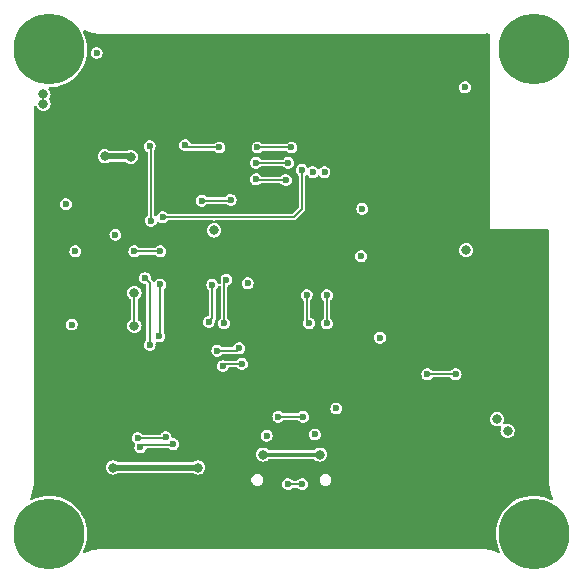
<source format=gbr>
%TF.GenerationSoftware,KiCad,Pcbnew,(6.0.0)*%
%TF.CreationDate,2022-11-20T17:05:32+07:00*%
%TF.ProjectId,ESP32-S3-MINI,45535033-322d-4533-932d-4d494e492e6b,rev?*%
%TF.SameCoordinates,Original*%
%TF.FileFunction,Copper,L4,Bot*%
%TF.FilePolarity,Positive*%
%FSLAX46Y46*%
G04 Gerber Fmt 4.6, Leading zero omitted, Abs format (unit mm)*
G04 Created by KiCad (PCBNEW (6.0.0)) date 2022-11-20 17:05:32*
%MOMM*%
%LPD*%
G01*
G04 APERTURE LIST*
%TA.AperFunction,ComponentPad*%
%ADD10C,6.000000*%
%TD*%
%TA.AperFunction,ComponentPad*%
%ADD11O,0.900000X1.700000*%
%TD*%
%TA.AperFunction,ComponentPad*%
%ADD12O,0.900000X2.000000*%
%TD*%
%TA.AperFunction,ViaPad*%
%ADD13C,0.600000*%
%TD*%
%TA.AperFunction,ViaPad*%
%ADD14C,0.800000*%
%TD*%
%TA.AperFunction,Conductor*%
%ADD15C,0.500000*%
%TD*%
%TA.AperFunction,Conductor*%
%ADD16C,0.150000*%
%TD*%
%TA.AperFunction,Conductor*%
%ADD17C,0.300000*%
%TD*%
%TA.AperFunction,Conductor*%
%ADD18C,0.200000*%
%TD*%
G04 APERTURE END LIST*
D10*
%TO.P,H4,1*%
%TO.N,N/C*%
X99500000Y-149500000D03*
%TD*%
%TO.P,H2,1*%
%TO.N,N/C*%
X140500000Y-108500000D03*
%TD*%
%TO.P,H1,1*%
%TO.N,N/C*%
X99500000Y-108500000D03*
%TD*%
%TO.P,H3,1*%
%TO.N,N/C*%
X140500000Y-149500000D03*
%TD*%
D11*
%TO.P,J1,S1,SHIELD*%
%TO.N,GND*%
X115680000Y-148640000D03*
D12*
X115680000Y-144470000D03*
D11*
X124320000Y-148640000D03*
D12*
X124320000Y-144470000D03*
%TD*%
D13*
%TO.N,GND*%
X123400000Y-115800000D03*
X117100000Y-115900000D03*
X102300000Y-116500000D03*
D14*
X116700000Y-113200000D03*
D13*
X130900000Y-126900000D03*
X104900000Y-126000000D03*
X121100000Y-133900000D03*
X105900000Y-107900000D03*
X100300000Y-115600000D03*
X119900000Y-124600000D03*
X103300000Y-128700000D03*
X131500000Y-118100000D03*
X103100000Y-123200000D03*
D14*
X132000000Y-108000000D03*
D13*
X108100000Y-111200000D03*
X111500000Y-121400000D03*
X106800000Y-111200000D03*
D14*
X106000000Y-144900000D03*
D13*
X110106233Y-123606233D03*
X118500000Y-133900000D03*
X120400000Y-129300000D03*
X114200000Y-136200000D03*
X101200000Y-116500000D03*
X129100000Y-122100000D03*
D14*
X116700000Y-112100000D03*
D13*
X121100000Y-136500000D03*
X118800000Y-125800000D03*
X121000000Y-123400000D03*
X127600000Y-134400000D03*
X108900000Y-126399503D03*
X132500000Y-119600000D03*
X121000000Y-125800000D03*
D14*
X140600000Y-137000000D03*
X126600000Y-112800000D03*
D13*
X105200000Y-141500000D03*
D14*
X130200000Y-146200000D03*
D13*
X118500000Y-136500000D03*
X102300000Y-129600000D03*
X108400000Y-107900000D03*
X124600000Y-141200000D03*
X121900000Y-115800000D03*
X113700000Y-133100000D03*
X127500000Y-136100000D03*
X116200000Y-142000000D03*
X105900000Y-140300000D03*
X123800000Y-142000000D03*
X105200000Y-122200000D03*
D14*
X119800000Y-135200000D03*
D13*
X118800000Y-123400000D03*
D14*
X129500000Y-145000000D03*
D13*
X107500000Y-111900000D03*
X119100000Y-138600000D03*
D14*
X134400000Y-107900000D03*
X140300000Y-131300000D03*
D13*
X135900000Y-118200000D03*
X116100000Y-133100000D03*
X101400000Y-128600000D03*
X129100000Y-120400000D03*
X115400000Y-128000000D03*
X102000000Y-123200000D03*
X128400000Y-126800000D03*
D14*
X106800000Y-146100000D03*
D13*
X100300000Y-116500000D03*
X123900000Y-129300000D03*
X114800000Y-120400000D03*
D14*
X125800000Y-111600000D03*
D13*
X99400000Y-116500000D03*
%TO.N,+3V3*%
X123800000Y-138900000D03*
X121800000Y-118900000D03*
X122800000Y-118900000D03*
X134700000Y-111700000D03*
X127500000Y-132900000D03*
X101700000Y-125600000D03*
D14*
X113452973Y-123821620D03*
X134800000Y-125500000D03*
X99000000Y-113100000D03*
D13*
X122000000Y-141100000D03*
X101395000Y-131795000D03*
X116300000Y-128300000D03*
X103500000Y-108800000D03*
X105100000Y-124200000D03*
X100900000Y-121600000D03*
X126000000Y-122000000D03*
X117900000Y-141200000D03*
D14*
X137400000Y-139800000D03*
X99000000Y-112300000D03*
X138300000Y-140800000D03*
D13*
X125900000Y-126000000D03*
D14*
%TO.N,+5V*%
X106400000Y-117600000D03*
X104200000Y-117550500D03*
D13*
%TO.N,/WS2812B*%
X131500000Y-136000000D03*
X119725500Y-118100000D03*
X110000000Y-141918267D03*
X133900000Y-136000000D03*
X117000000Y-118100000D03*
X107200000Y-142200000D03*
D14*
%TO.N,/VBUS*%
X122400000Y-142800000D03*
X117600000Y-142800000D03*
D13*
%TO.N,/USB_D+*%
X120900000Y-145300000D03*
X119700011Y-145300000D03*
%TO.N,/I2C_SDA*%
X123000000Y-131700000D03*
X123000000Y-129325500D03*
%TO.N,/I2C_SCL*%
X121500000Y-131673540D03*
X121300000Y-129300000D03*
%TO.N,/~{RST}*%
X113725500Y-134000000D03*
X115574500Y-133800000D03*
%TO.N,/RESET*%
X120874500Y-118700000D03*
X109100000Y-122700000D03*
X108900000Y-128400000D03*
X108800000Y-132800000D03*
%TO.N,/BOOT*%
X113900000Y-116800000D03*
X107598945Y-127850989D03*
X120000000Y-116800000D03*
X107993483Y-133518983D03*
X108100000Y-123000000D03*
X108000000Y-116700000D03*
X111000000Y-116600000D03*
X117125500Y-116800000D03*
%TO.N,/USER_BTN*%
X107000000Y-141400000D03*
X117000000Y-119500000D03*
X118900000Y-139600000D03*
X121000000Y-139600000D03*
X109356233Y-141343767D03*
X119525500Y-119556233D03*
%TO.N,/SPI2_CS*%
X114856233Y-121243767D03*
X112400000Y-121300000D03*
%TO.N,/GYRO_INT*%
X106700000Y-125600000D03*
X108900000Y-125600000D03*
D14*
%TO.N,/SPI_WP*%
X106700000Y-131900000D03*
X106700000Y-129100000D03*
D13*
%TO.N,/UART_RX*%
X114200000Y-135300000D03*
X115800000Y-135125500D03*
%TO.N,/UART1_TX*%
X113000000Y-131574500D03*
X113300000Y-128425500D03*
%TO.N,/UART1_RX*%
X114300000Y-131700000D03*
X114500000Y-128000000D03*
D14*
%TO.N,/VIN*%
X104900000Y-143900000D03*
X112100000Y-143900000D03*
%TD*%
D15*
%TO.N,+5V*%
X104200000Y-117550500D02*
X106350500Y-117550500D01*
X106350500Y-117550500D02*
X106400000Y-117600000D01*
D16*
%TO.N,/WS2812B*%
X107400000Y-142000000D02*
X109918267Y-142000000D01*
X109918267Y-142000000D02*
X110000000Y-141918267D01*
X131500000Y-136000000D02*
X133900000Y-136000000D01*
X107200000Y-142200000D02*
X107400000Y-142000000D01*
X119725500Y-118100000D02*
X117000000Y-118100000D01*
D17*
%TO.N,/VBUS*%
X117600000Y-142800000D02*
X122400000Y-142800000D01*
D18*
%TO.N,/USB_D+*%
X120900000Y-145300000D02*
X119700011Y-145300000D01*
D16*
%TO.N,/I2C_SDA*%
X123000000Y-129325500D02*
X123000000Y-131700000D01*
%TO.N,/I2C_SCL*%
X121300000Y-131473540D02*
X121500000Y-131673540D01*
X121300000Y-129300000D02*
X121300000Y-131473540D01*
%TO.N,/~{RST}*%
X115374500Y-134000000D02*
X113725500Y-134000000D01*
X115574500Y-133800000D02*
X115374500Y-134000000D01*
%TO.N,/RESET*%
X108800000Y-132800000D02*
X108900000Y-132700000D01*
X108900000Y-132700000D02*
X108900000Y-128400000D01*
X120200000Y-122700000D02*
X120874500Y-122025500D01*
X109100000Y-122700000D02*
X120200000Y-122700000D01*
X120874500Y-122025500D02*
X120874500Y-118700000D01*
%TO.N,/BOOT*%
X111000000Y-116600000D02*
X111200000Y-116800000D01*
X108100000Y-116800000D02*
X108000000Y-116700000D01*
X107993483Y-128245527D02*
X107598945Y-127850989D01*
X120000000Y-116800000D02*
X117125500Y-116800000D01*
X107993483Y-133518983D02*
X107993483Y-128245527D01*
X111200000Y-116800000D02*
X113900000Y-116800000D01*
X108100000Y-123000000D02*
X108100000Y-116800000D01*
%TO.N,/USER_BTN*%
X109356233Y-141343767D02*
X109300000Y-141400000D01*
D18*
X118900000Y-139600000D02*
X121000000Y-139600000D01*
D16*
X117056233Y-119556233D02*
X117000000Y-119500000D01*
X109300000Y-141400000D02*
X107000000Y-141400000D01*
X119525500Y-119556233D02*
X117056233Y-119556233D01*
%TO.N,/SPI2_CS*%
X112400000Y-121300000D02*
X114800000Y-121300000D01*
X114800000Y-121300000D02*
X114856233Y-121243767D01*
%TO.N,/GYRO_INT*%
X106700000Y-125600000D02*
X108900000Y-125600000D01*
%TO.N,/SPI_WP*%
X106700000Y-131900000D02*
X106700000Y-129100000D01*
%TO.N,/UART_RX*%
X114200000Y-135300000D02*
X114374500Y-135125500D01*
X114374500Y-135125500D02*
X115800000Y-135125500D01*
%TO.N,/UART1_TX*%
X113000000Y-131574500D02*
X113300000Y-131274500D01*
X113300000Y-131274500D02*
X113300000Y-128425500D01*
%TO.N,/UART1_RX*%
X114500000Y-128000000D02*
X114300000Y-128200000D01*
X114300000Y-128200000D02*
X114300000Y-131700000D01*
D15*
%TO.N,/VIN*%
X112100000Y-143900000D02*
X104900000Y-143900000D01*
%TD*%
%TA.AperFunction,Conductor*%
%TO.N,GND*%
G36*
X102520649Y-106881022D02*
G01*
X102690772Y-106956915D01*
X102818067Y-107000000D01*
X103005219Y-107063345D01*
X103005224Y-107063346D01*
X103007994Y-107064284D01*
X103102001Y-107086605D01*
X103330973Y-107140971D01*
X103330984Y-107140973D01*
X103333835Y-107141650D01*
X103495020Y-107164343D01*
X103662550Y-107187930D01*
X103662556Y-107187931D01*
X103665464Y-107188340D01*
X103668398Y-107188477D01*
X103668399Y-107188477D01*
X103988941Y-107203434D01*
X103993500Y-107203802D01*
X103999284Y-107205142D01*
X104000000Y-107205143D01*
X104008718Y-107203154D01*
X104036733Y-107200000D01*
X135962690Y-107200000D01*
X135991139Y-107203254D01*
X135991917Y-107203434D01*
X135999286Y-107205142D01*
X136000002Y-107205143D01*
X136005831Y-107203814D01*
X136010044Y-107203480D01*
X136331603Y-107188474D01*
X136331606Y-107188474D01*
X136334536Y-107188337D01*
X136656434Y-107143016D01*
X136726677Y-107153325D01*
X136780197Y-107199975D01*
X136800000Y-107267785D01*
X136800000Y-123700000D01*
X141674000Y-123700000D01*
X141742121Y-123720002D01*
X141788614Y-123773658D01*
X141800000Y-123826000D01*
X141800000Y-144962690D01*
X141796746Y-144991139D01*
X141796514Y-144992141D01*
X141794858Y-144999286D01*
X141794857Y-145000002D01*
X141796186Y-145005831D01*
X141796520Y-145010044D01*
X141811527Y-145331604D01*
X141811664Y-145334537D01*
X141858356Y-145666165D01*
X141859031Y-145669008D01*
X141859032Y-145669013D01*
X141878597Y-145751413D01*
X141935723Y-145992004D01*
X141936661Y-145994774D01*
X141936662Y-145994779D01*
X141991103Y-146155624D01*
X142043092Y-146309225D01*
X142112796Y-146465475D01*
X142118399Y-146478034D01*
X142127885Y-146548394D01*
X142097826Y-146612713D01*
X142037765Y-146650570D01*
X141966771Y-146649947D01*
X141941861Y-146639356D01*
X141928147Y-146631691D01*
X141905218Y-146618877D01*
X141575304Y-146480194D01*
X141571935Y-146479203D01*
X141571931Y-146479201D01*
X141416604Y-146433486D01*
X141231989Y-146379151D01*
X140950508Y-146329518D01*
X140883009Y-146317616D01*
X140883007Y-146317616D01*
X140879549Y-146317006D01*
X140876040Y-146316785D01*
X140876038Y-146316785D01*
X140525897Y-146294756D01*
X140525891Y-146294756D01*
X140522379Y-146294535D01*
X140420609Y-146299512D01*
X140168437Y-146311845D01*
X140168428Y-146311846D01*
X140164930Y-146312017D01*
X140161462Y-146312579D01*
X140161459Y-146312579D01*
X139815132Y-146368672D01*
X139815129Y-146368673D01*
X139811657Y-146369235D01*
X139466963Y-146465475D01*
X139135146Y-146599538D01*
X138820341Y-146769753D01*
X138526471Y-146973998D01*
X138523829Y-146976311D01*
X138523825Y-146976314D01*
X138313420Y-147160509D01*
X138257199Y-147209727D01*
X138015882Y-147474003D01*
X137805528Y-147763531D01*
X137628757Y-148074703D01*
X137487775Y-148403640D01*
X137384337Y-148746242D01*
X137383701Y-148749709D01*
X137321281Y-149089812D01*
X137319734Y-149098239D01*
X137294769Y-149455244D01*
X137309756Y-149812806D01*
X137364506Y-150166470D01*
X137458337Y-150511827D01*
X137459630Y-150515092D01*
X137577812Y-150813586D01*
X137590080Y-150844572D01*
X137591735Y-150847684D01*
X137591737Y-150847689D01*
X137644064Y-150946101D01*
X137658384Y-151015638D01*
X137632836Y-151081879D01*
X137575532Y-151123791D01*
X137504664Y-151128069D01*
X137478673Y-151119029D01*
X137381404Y-151072744D01*
X137381398Y-151072741D01*
X137378583Y-151071402D01*
X137375665Y-151070352D01*
X137375658Y-151070349D01*
X137048779Y-150952714D01*
X137048773Y-150952712D01*
X137045852Y-150951661D01*
X136871298Y-150907694D01*
X136705949Y-150866046D01*
X136705941Y-150866044D01*
X136702942Y-150865289D01*
X136353191Y-150813127D01*
X136005542Y-150795956D01*
X136005404Y-150795944D01*
X136000717Y-150794858D01*
X136000001Y-150794857D01*
X135991283Y-150796846D01*
X135963268Y-150800000D01*
X104037312Y-150800000D01*
X104008863Y-150796746D01*
X104000716Y-150794858D01*
X104000000Y-150794857D01*
X103997872Y-150795342D01*
X103995335Y-150795050D01*
X103995378Y-150795911D01*
X103646810Y-150813127D01*
X103453773Y-150841916D01*
X103300134Y-150864829D01*
X103300129Y-150864830D01*
X103297058Y-150865288D01*
X103294043Y-150866047D01*
X103294040Y-150866048D01*
X103108318Y-150912827D01*
X102954147Y-150951659D01*
X102779705Y-151014436D01*
X102624342Y-151070347D01*
X102624337Y-151070349D01*
X102621417Y-151071400D01*
X102570037Y-151095849D01*
X102526388Y-151116619D01*
X102456281Y-151127827D01*
X102391244Y-151099354D01*
X102351926Y-151040239D01*
X102350808Y-150969252D01*
X102357141Y-150951594D01*
X102495192Y-150641528D01*
X102495194Y-150641523D01*
X102496624Y-150638311D01*
X102604835Y-150297186D01*
X102674347Y-149946125D01*
X102704293Y-149589504D01*
X102705543Y-149500000D01*
X102685566Y-149142682D01*
X102677464Y-149094782D01*
X102626472Y-148793298D01*
X102626471Y-148793294D01*
X102625883Y-148789817D01*
X102527239Y-148445804D01*
X102479354Y-148329627D01*
X102392201Y-148118176D01*
X102392197Y-148118168D01*
X102390863Y-148114931D01*
X102218455Y-147801321D01*
X102175417Y-147740310D01*
X102014194Y-147511763D01*
X102014193Y-147511762D01*
X102012163Y-147508884D01*
X101774560Y-147241265D01*
X101508605Y-147001799D01*
X101505755Y-146999758D01*
X101505748Y-146999753D01*
X101220470Y-146795514D01*
X101220467Y-146795512D01*
X101217616Y-146793471D01*
X100905218Y-146618877D01*
X100575304Y-146480194D01*
X100571935Y-146479203D01*
X100571931Y-146479201D01*
X100416604Y-146433486D01*
X100231989Y-146379151D01*
X99950508Y-146329518D01*
X99883009Y-146317616D01*
X99883007Y-146317616D01*
X99879549Y-146317006D01*
X99876040Y-146316785D01*
X99876038Y-146316785D01*
X99525897Y-146294756D01*
X99525891Y-146294756D01*
X99522379Y-146294535D01*
X99420609Y-146299512D01*
X99168437Y-146311845D01*
X99168428Y-146311846D01*
X99164930Y-146312017D01*
X99161462Y-146312579D01*
X99161459Y-146312579D01*
X98815132Y-146368672D01*
X98815129Y-146368673D01*
X98811657Y-146369235D01*
X98466963Y-146465475D01*
X98135146Y-146599538D01*
X98132055Y-146601209D01*
X98132045Y-146601214D01*
X98055546Y-146642577D01*
X97986110Y-146657383D01*
X97919693Y-146632298D01*
X97877381Y-146575288D01*
X97872608Y-146504452D01*
X97880548Y-146480409D01*
X97931732Y-146365674D01*
X97956913Y-146309227D01*
X98064282Y-145992005D01*
X98121407Y-145751413D01*
X98140972Y-145669013D01*
X98140973Y-145669009D01*
X98141648Y-145666165D01*
X98188339Y-145334536D01*
X98189823Y-145302728D01*
X98203080Y-145018624D01*
X116609031Y-145018624D01*
X116648428Y-145156471D01*
X116724930Y-145277720D01*
X116832388Y-145372623D01*
X116962163Y-145433553D01*
X117071009Y-145450500D01*
X117145940Y-145450500D01*
X117189939Y-145444199D01*
X117243032Y-145436596D01*
X117243035Y-145436595D01*
X117251918Y-145435323D01*
X117382428Y-145375984D01*
X117427152Y-145337447D01*
X117477781Y-145293823D01*
X119194402Y-145293823D01*
X119195566Y-145302725D01*
X119195566Y-145302728D01*
X119196825Y-145312354D01*
X119212991Y-145435979D01*
X119270731Y-145567203D01*
X119276508Y-145574076D01*
X119276509Y-145574077D01*
X119283803Y-145582754D01*
X119362981Y-145676948D01*
X119482324Y-145756390D01*
X119619168Y-145799142D01*
X119628140Y-145799306D01*
X119628143Y-145799307D01*
X119693474Y-145800504D01*
X119762510Y-145801770D01*
X119771544Y-145799307D01*
X119892169Y-145766421D01*
X119892171Y-145766420D01*
X119900828Y-145764060D01*
X120023002Y-145689045D01*
X120040173Y-145670075D01*
X120065634Y-145641946D01*
X120126177Y-145604864D01*
X120159050Y-145600500D01*
X120440021Y-145600500D01*
X120508142Y-145620502D01*
X120536470Y-145645422D01*
X120562970Y-145676948D01*
X120682313Y-145756390D01*
X120819157Y-145799142D01*
X120828129Y-145799306D01*
X120828132Y-145799307D01*
X120893463Y-145800504D01*
X120962499Y-145801770D01*
X120971533Y-145799307D01*
X121092158Y-145766421D01*
X121092160Y-145766420D01*
X121100817Y-145764060D01*
X121222991Y-145689045D01*
X121319200Y-145582754D01*
X121381710Y-145453733D01*
X121405496Y-145312354D01*
X121405647Y-145300000D01*
X121397473Y-145242924D01*
X121386596Y-145166968D01*
X121386595Y-145166965D01*
X121385323Y-145158082D01*
X121325984Y-145027572D01*
X121318274Y-145018624D01*
X122389031Y-145018624D01*
X122428428Y-145156471D01*
X122504930Y-145277720D01*
X122612388Y-145372623D01*
X122742163Y-145433553D01*
X122851009Y-145450500D01*
X122925940Y-145450500D01*
X122969939Y-145444199D01*
X123023032Y-145436596D01*
X123023035Y-145436595D01*
X123031918Y-145435323D01*
X123162428Y-145375984D01*
X123207152Y-145337447D01*
X123264237Y-145288260D01*
X123264240Y-145288257D01*
X123271037Y-145282400D01*
X123349015Y-145162095D01*
X123390093Y-145024739D01*
X123390149Y-145015659D01*
X123390914Y-144890351D01*
X123390969Y-144881376D01*
X123351572Y-144743529D01*
X123275070Y-144622280D01*
X123167612Y-144527377D01*
X123037837Y-144466447D01*
X122928991Y-144449500D01*
X122854060Y-144449500D01*
X122812661Y-144455429D01*
X122756968Y-144463404D01*
X122756965Y-144463405D01*
X122748082Y-144464677D01*
X122617572Y-144524016D01*
X122610768Y-144529878D01*
X122610769Y-144529878D01*
X122515763Y-144611740D01*
X122515760Y-144611743D01*
X122508963Y-144617600D01*
X122430985Y-144737905D01*
X122389907Y-144875261D01*
X122389031Y-145018624D01*
X121318274Y-145018624D01*
X121301917Y-144999641D01*
X121238260Y-144925763D01*
X121238257Y-144925760D01*
X121232400Y-144918963D01*
X121112095Y-144840985D01*
X120974739Y-144799907D01*
X120965763Y-144799852D01*
X120965762Y-144799852D01*
X120905555Y-144799484D01*
X120831376Y-144799031D01*
X120693529Y-144838428D01*
X120572280Y-144914930D01*
X120536232Y-144955748D01*
X120535208Y-144956907D01*
X120475123Y-144994725D01*
X120440766Y-144999500D01*
X120159560Y-144999500D01*
X120091439Y-144979498D01*
X120064107Y-144955748D01*
X120038270Y-144925763D01*
X120032411Y-144918963D01*
X119912106Y-144840985D01*
X119774750Y-144799907D01*
X119765774Y-144799852D01*
X119765773Y-144799852D01*
X119705566Y-144799484D01*
X119631387Y-144799031D01*
X119493540Y-144838428D01*
X119372291Y-144914930D01*
X119277388Y-145022388D01*
X119216458Y-145152163D01*
X119215077Y-145161035D01*
X119195984Y-145283663D01*
X119194402Y-145293823D01*
X117477781Y-145293823D01*
X117484237Y-145288260D01*
X117484240Y-145288257D01*
X117491037Y-145282400D01*
X117569015Y-145162095D01*
X117610093Y-145024739D01*
X117610149Y-145015659D01*
X117610914Y-144890351D01*
X117610969Y-144881376D01*
X117571572Y-144743529D01*
X117495070Y-144622280D01*
X117387612Y-144527377D01*
X117257837Y-144466447D01*
X117148991Y-144449500D01*
X117074060Y-144449500D01*
X117032661Y-144455429D01*
X116976968Y-144463404D01*
X116976965Y-144463405D01*
X116968082Y-144464677D01*
X116837572Y-144524016D01*
X116830768Y-144529878D01*
X116830769Y-144529878D01*
X116735763Y-144611740D01*
X116735760Y-144611743D01*
X116728963Y-144617600D01*
X116650985Y-144737905D01*
X116609907Y-144875261D01*
X116609031Y-145018624D01*
X98203080Y-145018624D01*
X98203433Y-145011058D01*
X98203801Y-145006502D01*
X98205142Y-145000717D01*
X98205143Y-145000001D01*
X98203154Y-144991283D01*
X98200000Y-144963268D01*
X98200000Y-143900000D01*
X104294318Y-143900000D01*
X104314956Y-144056762D01*
X104375464Y-144202841D01*
X104471718Y-144328282D01*
X104597159Y-144424536D01*
X104743238Y-144485044D01*
X104900000Y-144505682D01*
X104908188Y-144504604D01*
X105048574Y-144486122D01*
X105056762Y-144485044D01*
X105202841Y-144424536D01*
X105265395Y-144376537D01*
X105331616Y-144350937D01*
X105342099Y-144350500D01*
X111657901Y-144350500D01*
X111726022Y-144370502D01*
X111734605Y-144376537D01*
X111797159Y-144424536D01*
X111943238Y-144485044D01*
X112100000Y-144505682D01*
X112108188Y-144504604D01*
X112248574Y-144486122D01*
X112256762Y-144485044D01*
X112402841Y-144424536D01*
X112528282Y-144328282D01*
X112624536Y-144202841D01*
X112685044Y-144056762D01*
X112705682Y-143900000D01*
X112685044Y-143743238D01*
X112624536Y-143597159D01*
X112528282Y-143471718D01*
X112402841Y-143375464D01*
X112256762Y-143314956D01*
X112100000Y-143294318D01*
X111943238Y-143314956D01*
X111797159Y-143375464D01*
X111784674Y-143385044D01*
X111734605Y-143423463D01*
X111668384Y-143449063D01*
X111657901Y-143449500D01*
X105342099Y-143449500D01*
X105273978Y-143429498D01*
X105265395Y-143423463D01*
X105215326Y-143385044D01*
X105202841Y-143375464D01*
X105056762Y-143314956D01*
X104900000Y-143294318D01*
X104743238Y-143314956D01*
X104597159Y-143375464D01*
X104471718Y-143471718D01*
X104375464Y-143597159D01*
X104314956Y-143743238D01*
X104294318Y-143900000D01*
X98200000Y-143900000D01*
X98200000Y-142800000D01*
X116994318Y-142800000D01*
X117014956Y-142956762D01*
X117075464Y-143102841D01*
X117171718Y-143228282D01*
X117297159Y-143324536D01*
X117443238Y-143385044D01*
X117600000Y-143405682D01*
X117608188Y-143404604D01*
X117748574Y-143386122D01*
X117756762Y-143385044D01*
X117902841Y-143324536D01*
X118028282Y-143228282D01*
X118050140Y-143199796D01*
X118107478Y-143157929D01*
X118150103Y-143150500D01*
X121849897Y-143150500D01*
X121918018Y-143170502D01*
X121949860Y-143199796D01*
X121971718Y-143228282D01*
X122097159Y-143324536D01*
X122243238Y-143385044D01*
X122400000Y-143405682D01*
X122408188Y-143404604D01*
X122548574Y-143386122D01*
X122556762Y-143385044D01*
X122702841Y-143324536D01*
X122828282Y-143228282D01*
X122924536Y-143102841D01*
X122985044Y-142956762D01*
X123005682Y-142800000D01*
X122987128Y-142659069D01*
X122986122Y-142651426D01*
X122985044Y-142643238D01*
X122924536Y-142497159D01*
X122828282Y-142371718D01*
X122702841Y-142275464D01*
X122556762Y-142214956D01*
X122501450Y-142207674D01*
X122408188Y-142195396D01*
X122400000Y-142194318D01*
X122391812Y-142195396D01*
X122298551Y-142207674D01*
X122243238Y-142214956D01*
X122097159Y-142275464D01*
X121971718Y-142371718D01*
X121966695Y-142378264D01*
X121949860Y-142400204D01*
X121892522Y-142442071D01*
X121849897Y-142449500D01*
X118150103Y-142449500D01*
X118081982Y-142429498D01*
X118050140Y-142400204D01*
X118033305Y-142378264D01*
X118028282Y-142371718D01*
X117902841Y-142275464D01*
X117756762Y-142214956D01*
X117701450Y-142207674D01*
X117608188Y-142195396D01*
X117600000Y-142194318D01*
X117591812Y-142195396D01*
X117498551Y-142207674D01*
X117443238Y-142214956D01*
X117297159Y-142275464D01*
X117171718Y-142371718D01*
X117075464Y-142497159D01*
X117014956Y-142643238D01*
X117013878Y-142651426D01*
X117012872Y-142659069D01*
X116994318Y-142800000D01*
X98200000Y-142800000D01*
X98200000Y-141393823D01*
X106494391Y-141393823D01*
X106495555Y-141402725D01*
X106495555Y-141402728D01*
X106500599Y-141441299D01*
X106512980Y-141535979D01*
X106570720Y-141667203D01*
X106576497Y-141674076D01*
X106576498Y-141674077D01*
X106614346Y-141719103D01*
X106662970Y-141776948D01*
X106711785Y-141809442D01*
X106757406Y-141863838D01*
X106766378Y-141934265D01*
X106756021Y-141967873D01*
X106716447Y-142052163D01*
X106694391Y-142193823D01*
X106695555Y-142202725D01*
X106695555Y-142202728D01*
X106703685Y-142264901D01*
X106712980Y-142335979D01*
X106770720Y-142467203D01*
X106776497Y-142474076D01*
X106776498Y-142474077D01*
X106802314Y-142504789D01*
X106862970Y-142576948D01*
X106982313Y-142656390D01*
X107119157Y-142699142D01*
X107128129Y-142699306D01*
X107128132Y-142699307D01*
X107193463Y-142700504D01*
X107262499Y-142701770D01*
X107271533Y-142699307D01*
X107392158Y-142666421D01*
X107392160Y-142666420D01*
X107400817Y-142664060D01*
X107522991Y-142589045D01*
X107619200Y-142482754D01*
X107681710Y-142353733D01*
X107683246Y-142354477D01*
X107717127Y-142304373D01*
X107782380Y-142276397D01*
X107797391Y-142275500D01*
X109595251Y-142275500D01*
X109665070Y-142296613D01*
X109750880Y-142353733D01*
X109782313Y-142374657D01*
X109790888Y-142377336D01*
X109806864Y-142382327D01*
X109919157Y-142417409D01*
X109928129Y-142417573D01*
X109928132Y-142417574D01*
X109993463Y-142418771D01*
X110062499Y-142420037D01*
X110071533Y-142417574D01*
X110192158Y-142384688D01*
X110192160Y-142384687D01*
X110200817Y-142382327D01*
X110322991Y-142307312D01*
X110419200Y-142201021D01*
X110481710Y-142072000D01*
X110505496Y-141930621D01*
X110505647Y-141918267D01*
X110485323Y-141776349D01*
X110425984Y-141645839D01*
X110388012Y-141601770D01*
X110338260Y-141544030D01*
X110338257Y-141544027D01*
X110332400Y-141537230D01*
X110212095Y-141459252D01*
X110074739Y-141418174D01*
X110065763Y-141418119D01*
X110065762Y-141418119D01*
X110033300Y-141417921D01*
X109980924Y-141417601D01*
X109912928Y-141397183D01*
X109866764Y-141343244D01*
X109856968Y-141309466D01*
X109851967Y-141274548D01*
X109841556Y-141201849D01*
X109837907Y-141193823D01*
X117394391Y-141193823D01*
X117395555Y-141202725D01*
X117395555Y-141202728D01*
X117402020Y-141252163D01*
X117412980Y-141335979D01*
X117416597Y-141344199D01*
X117449123Y-141418119D01*
X117470720Y-141467203D01*
X117476497Y-141474076D01*
X117476498Y-141474077D01*
X117554121Y-141566421D01*
X117562970Y-141576948D01*
X117570447Y-141581925D01*
X117666463Y-141645839D01*
X117682313Y-141656390D01*
X117819157Y-141699142D01*
X117828129Y-141699306D01*
X117828132Y-141699307D01*
X117893463Y-141700504D01*
X117962499Y-141701770D01*
X117971533Y-141699307D01*
X118092158Y-141666421D01*
X118092160Y-141666420D01*
X118100817Y-141664060D01*
X118222991Y-141589045D01*
X118257054Y-141551413D01*
X118313178Y-141489407D01*
X118319200Y-141482754D01*
X118366586Y-141384950D01*
X118377795Y-141361814D01*
X118377795Y-141361813D01*
X118381710Y-141353733D01*
X118405496Y-141212354D01*
X118405647Y-141200000D01*
X118391326Y-141100000D01*
X118390441Y-141093823D01*
X121494391Y-141093823D01*
X121495555Y-141102725D01*
X121495555Y-141102728D01*
X121496814Y-141112354D01*
X121512980Y-141235979D01*
X121570720Y-141367203D01*
X121576497Y-141374076D01*
X121576498Y-141374077D01*
X121583792Y-141382754D01*
X121662970Y-141476948D01*
X121670447Y-141481925D01*
X121753530Y-141537230D01*
X121782313Y-141556390D01*
X121919157Y-141599142D01*
X121928129Y-141599306D01*
X121928132Y-141599307D01*
X121993463Y-141600504D01*
X122062499Y-141601770D01*
X122071533Y-141599307D01*
X122192158Y-141566421D01*
X122192160Y-141566420D01*
X122200817Y-141564060D01*
X122322991Y-141489045D01*
X122419200Y-141382754D01*
X122481710Y-141253733D01*
X122505496Y-141112354D01*
X122505647Y-141100000D01*
X122493464Y-141014930D01*
X122486596Y-140966968D01*
X122486595Y-140966965D01*
X122485323Y-140958082D01*
X122475168Y-140935746D01*
X122459596Y-140901498D01*
X122425984Y-140827572D01*
X122353299Y-140743217D01*
X122338260Y-140725763D01*
X122338257Y-140725760D01*
X122332400Y-140718963D01*
X122212095Y-140640985D01*
X122074739Y-140599907D01*
X122065763Y-140599852D01*
X122065762Y-140599852D01*
X122005555Y-140599484D01*
X121931376Y-140599031D01*
X121793529Y-140638428D01*
X121672280Y-140714930D01*
X121666338Y-140721658D01*
X121666337Y-140721659D01*
X121651527Y-140738428D01*
X121577377Y-140822388D01*
X121516447Y-140952163D01*
X121515066Y-140961035D01*
X121496427Y-141080748D01*
X121494391Y-141093823D01*
X118390441Y-141093823D01*
X118386596Y-141066968D01*
X118386595Y-141066965D01*
X118385323Y-141058082D01*
X118325984Y-140927572D01*
X118289088Y-140884752D01*
X118238260Y-140825763D01*
X118238257Y-140825760D01*
X118232400Y-140818963D01*
X118112095Y-140740985D01*
X117974739Y-140699907D01*
X117965763Y-140699852D01*
X117965762Y-140699852D01*
X117905555Y-140699484D01*
X117831376Y-140699031D01*
X117693529Y-140738428D01*
X117572280Y-140814930D01*
X117477377Y-140922388D01*
X117416447Y-141052163D01*
X117394391Y-141193823D01*
X109837907Y-141193823D01*
X109782217Y-141071339D01*
X109733612Y-141014930D01*
X109694493Y-140969530D01*
X109694490Y-140969527D01*
X109688633Y-140962730D01*
X109568328Y-140884752D01*
X109430972Y-140843674D01*
X109421996Y-140843619D01*
X109421995Y-140843619D01*
X109361788Y-140843251D01*
X109287609Y-140842798D01*
X109149762Y-140882195D01*
X109028513Y-140958697D01*
X109022571Y-140965425D01*
X109022570Y-140965426D01*
X108983080Y-141010140D01*
X108933610Y-141066155D01*
X108932076Y-141069423D01*
X108880016Y-141113631D01*
X108828821Y-141124500D01*
X107481091Y-141124500D01*
X107412970Y-141104498D01*
X107385638Y-141080748D01*
X107338260Y-141025763D01*
X107338257Y-141025760D01*
X107332400Y-141018963D01*
X107212095Y-140940985D01*
X107074739Y-140899907D01*
X107065763Y-140899852D01*
X107065762Y-140899852D01*
X107005555Y-140899484D01*
X106931376Y-140899031D01*
X106793529Y-140938428D01*
X106672280Y-141014930D01*
X106577377Y-141122388D01*
X106516447Y-141252163D01*
X106507525Y-141309466D01*
X106496250Y-141381884D01*
X106494391Y-141393823D01*
X98200000Y-141393823D01*
X98200000Y-139593823D01*
X118394391Y-139593823D01*
X118395555Y-139602725D01*
X118395555Y-139602728D01*
X118396814Y-139612354D01*
X118412980Y-139735979D01*
X118470720Y-139867203D01*
X118476497Y-139874076D01*
X118476498Y-139874077D01*
X118557190Y-139970072D01*
X118562970Y-139976948D01*
X118682313Y-140056390D01*
X118819157Y-140099142D01*
X118828129Y-140099306D01*
X118828132Y-140099307D01*
X118893463Y-140100504D01*
X118962499Y-140101770D01*
X118971533Y-140099307D01*
X119092158Y-140066421D01*
X119092160Y-140066420D01*
X119100817Y-140064060D01*
X119222991Y-139989045D01*
X119240162Y-139970075D01*
X119265623Y-139941946D01*
X119326166Y-139904864D01*
X119359039Y-139900500D01*
X120540021Y-139900500D01*
X120608142Y-139920502D01*
X120636470Y-139945422D01*
X120662970Y-139976948D01*
X120782313Y-140056390D01*
X120919157Y-140099142D01*
X120928129Y-140099306D01*
X120928132Y-140099307D01*
X120993463Y-140100504D01*
X121062499Y-140101770D01*
X121071533Y-140099307D01*
X121192158Y-140066421D01*
X121192160Y-140066420D01*
X121200817Y-140064060D01*
X121322991Y-139989045D01*
X121345307Y-139964391D01*
X121413178Y-139889407D01*
X121419200Y-139882754D01*
X121459294Y-139800000D01*
X136794318Y-139800000D01*
X136814956Y-139956762D01*
X136875464Y-140102841D01*
X136880491Y-140109392D01*
X136955333Y-140206928D01*
X136971718Y-140228282D01*
X137097159Y-140324536D01*
X137243238Y-140385044D01*
X137400000Y-140405682D01*
X137408188Y-140404604D01*
X137548574Y-140386122D01*
X137556762Y-140385044D01*
X137595781Y-140368882D01*
X137666369Y-140361293D01*
X137729856Y-140393072D01*
X137766084Y-140454130D01*
X137763550Y-140525081D01*
X137760407Y-140533509D01*
X137731839Y-140602480D01*
X137714956Y-140643238D01*
X137713878Y-140651426D01*
X137707503Y-140699852D01*
X137694318Y-140800000D01*
X137714956Y-140956762D01*
X137775464Y-141102841D01*
X137796698Y-141130514D01*
X137850017Y-141200000D01*
X137871718Y-141228282D01*
X137997159Y-141324536D01*
X138143238Y-141385044D01*
X138300000Y-141405682D01*
X138308188Y-141404604D01*
X138448574Y-141386122D01*
X138456762Y-141385044D01*
X138602841Y-141324536D01*
X138728282Y-141228282D01*
X138749984Y-141200000D01*
X138803302Y-141130514D01*
X138824536Y-141102841D01*
X138885044Y-140956762D01*
X138905682Y-140800000D01*
X138892497Y-140699852D01*
X138886122Y-140651426D01*
X138885044Y-140643238D01*
X138824536Y-140497159D01*
X138753516Y-140404604D01*
X138733305Y-140378264D01*
X138728282Y-140371718D01*
X138602841Y-140275464D01*
X138456762Y-140214956D01*
X138300000Y-140194318D01*
X138143238Y-140214956D01*
X138104219Y-140231118D01*
X138033631Y-140238707D01*
X137970144Y-140206928D01*
X137933916Y-140145870D01*
X137936450Y-140074919D01*
X137939593Y-140066491D01*
X137981884Y-139964392D01*
X137981885Y-139964389D01*
X137985044Y-139956762D01*
X138005682Y-139800000D01*
X137985044Y-139643238D01*
X137924536Y-139497159D01*
X137828282Y-139371718D01*
X137811798Y-139359069D01*
X137709392Y-139280491D01*
X137702841Y-139275464D01*
X137556762Y-139214956D01*
X137400000Y-139194318D01*
X137243238Y-139214956D01*
X137097159Y-139275464D01*
X137090608Y-139280491D01*
X136988203Y-139359069D01*
X136971718Y-139371718D01*
X136875464Y-139497159D01*
X136814956Y-139643238D01*
X136794318Y-139800000D01*
X121459294Y-139800000D01*
X121481710Y-139753733D01*
X121505496Y-139612354D01*
X121505647Y-139600000D01*
X121485323Y-139458082D01*
X121425984Y-139327572D01*
X121407598Y-139306234D01*
X121338260Y-139225763D01*
X121338257Y-139225760D01*
X121332400Y-139218963D01*
X121212095Y-139140985D01*
X121074739Y-139099907D01*
X121065763Y-139099852D01*
X121065762Y-139099852D01*
X121005555Y-139099484D01*
X120931376Y-139099031D01*
X120793529Y-139138428D01*
X120672280Y-139214930D01*
X120636232Y-139255748D01*
X120635208Y-139256907D01*
X120575123Y-139294725D01*
X120540766Y-139299500D01*
X119359549Y-139299500D01*
X119291428Y-139279498D01*
X119264096Y-139255748D01*
X119238259Y-139225763D01*
X119232400Y-139218963D01*
X119112095Y-139140985D01*
X118974739Y-139099907D01*
X118965763Y-139099852D01*
X118965762Y-139099852D01*
X118905555Y-139099484D01*
X118831376Y-139099031D01*
X118693529Y-139138428D01*
X118572280Y-139214930D01*
X118477377Y-139322388D01*
X118416447Y-139452163D01*
X118394391Y-139593823D01*
X98200000Y-139593823D01*
X98200000Y-138893823D01*
X123294391Y-138893823D01*
X123295555Y-138902725D01*
X123295555Y-138902728D01*
X123296814Y-138912354D01*
X123312980Y-139035979D01*
X123370720Y-139167203D01*
X123376497Y-139174076D01*
X123376498Y-139174077D01*
X123446124Y-139256907D01*
X123462970Y-139276948D01*
X123582313Y-139356390D01*
X123719157Y-139399142D01*
X123728129Y-139399306D01*
X123728132Y-139399307D01*
X123793463Y-139400504D01*
X123862499Y-139401770D01*
X123871533Y-139399307D01*
X123992158Y-139366421D01*
X123992160Y-139366420D01*
X124000817Y-139364060D01*
X124122991Y-139289045D01*
X124131633Y-139279498D01*
X124213178Y-139189407D01*
X124219200Y-139182754D01*
X124281710Y-139053733D01*
X124305496Y-138912354D01*
X124305647Y-138900000D01*
X124285323Y-138758082D01*
X124225984Y-138627572D01*
X124207598Y-138606234D01*
X124138260Y-138525763D01*
X124138257Y-138525760D01*
X124132400Y-138518963D01*
X124012095Y-138440985D01*
X123874739Y-138399907D01*
X123865763Y-138399852D01*
X123865762Y-138399852D01*
X123805555Y-138399484D01*
X123731376Y-138399031D01*
X123593529Y-138438428D01*
X123472280Y-138514930D01*
X123377377Y-138622388D01*
X123316447Y-138752163D01*
X123294391Y-138893823D01*
X98200000Y-138893823D01*
X98200000Y-135993823D01*
X130994391Y-135993823D01*
X130995555Y-136002725D01*
X130995555Y-136002728D01*
X130996814Y-136012354D01*
X131012980Y-136135979D01*
X131070720Y-136267203D01*
X131076497Y-136274076D01*
X131076498Y-136274077D01*
X131083792Y-136282754D01*
X131162970Y-136376948D01*
X131282313Y-136456390D01*
X131419157Y-136499142D01*
X131428129Y-136499306D01*
X131428132Y-136499307D01*
X131493463Y-136500504D01*
X131562499Y-136501770D01*
X131571533Y-136499307D01*
X131692158Y-136466421D01*
X131692160Y-136466420D01*
X131700817Y-136464060D01*
X131822991Y-136389045D01*
X131888252Y-136316945D01*
X131948796Y-136279864D01*
X131981668Y-136275500D01*
X133419006Y-136275500D01*
X133487127Y-136295502D01*
X133515455Y-136320423D01*
X133562970Y-136376948D01*
X133682313Y-136456390D01*
X133819157Y-136499142D01*
X133828129Y-136499306D01*
X133828132Y-136499307D01*
X133893463Y-136500504D01*
X133962499Y-136501770D01*
X133971533Y-136499307D01*
X134092158Y-136466421D01*
X134092160Y-136466420D01*
X134100817Y-136464060D01*
X134222991Y-136389045D01*
X134319200Y-136282754D01*
X134381710Y-136153733D01*
X134405496Y-136012354D01*
X134405647Y-136000000D01*
X134385323Y-135858082D01*
X134325984Y-135727572D01*
X134292787Y-135689045D01*
X134238260Y-135625763D01*
X134238257Y-135625760D01*
X134232400Y-135618963D01*
X134112095Y-135540985D01*
X133974739Y-135499907D01*
X133965763Y-135499852D01*
X133965762Y-135499852D01*
X133905555Y-135499484D01*
X133831376Y-135499031D01*
X133693529Y-135538428D01*
X133572280Y-135614930D01*
X133566338Y-135621658D01*
X133566337Y-135621659D01*
X133513127Y-135681908D01*
X133453042Y-135719726D01*
X133418686Y-135724500D01*
X131981091Y-135724500D01*
X131912970Y-135704498D01*
X131885638Y-135680748D01*
X131838260Y-135625763D01*
X131838257Y-135625760D01*
X131832400Y-135618963D01*
X131712095Y-135540985D01*
X131574739Y-135499907D01*
X131565763Y-135499852D01*
X131565762Y-135499852D01*
X131505555Y-135499484D01*
X131431376Y-135499031D01*
X131293529Y-135538428D01*
X131172280Y-135614930D01*
X131077377Y-135722388D01*
X131016447Y-135852163D01*
X130994391Y-135993823D01*
X98200000Y-135993823D01*
X98200000Y-135293823D01*
X113694391Y-135293823D01*
X113712980Y-135435979D01*
X113770720Y-135567203D01*
X113776497Y-135574076D01*
X113776498Y-135574077D01*
X113821073Y-135627105D01*
X113862970Y-135676948D01*
X113982313Y-135756390D01*
X114119157Y-135799142D01*
X114128129Y-135799306D01*
X114128132Y-135799307D01*
X114193463Y-135800504D01*
X114262499Y-135801770D01*
X114271533Y-135799307D01*
X114392158Y-135766421D01*
X114392160Y-135766420D01*
X114400817Y-135764060D01*
X114522991Y-135689045D01*
X114619200Y-135582754D01*
X114659737Y-135499086D01*
X114672830Y-135472062D01*
X114720532Y-135419479D01*
X114786222Y-135401000D01*
X115319006Y-135401000D01*
X115387127Y-135421002D01*
X115415455Y-135445923D01*
X115462970Y-135502448D01*
X115517022Y-135538428D01*
X115547901Y-135558983D01*
X115582313Y-135581890D01*
X115719157Y-135624642D01*
X115728129Y-135624806D01*
X115728132Y-135624807D01*
X115793463Y-135626004D01*
X115862499Y-135627270D01*
X115871533Y-135624807D01*
X115992158Y-135591921D01*
X115992160Y-135591920D01*
X116000817Y-135589560D01*
X116122991Y-135514545D01*
X116134801Y-135501498D01*
X116213178Y-135414907D01*
X116219200Y-135408254D01*
X116281710Y-135279233D01*
X116305496Y-135137854D01*
X116305647Y-135125500D01*
X116292044Y-135030514D01*
X116286596Y-134992468D01*
X116286595Y-134992465D01*
X116285323Y-134983582D01*
X116225984Y-134853072D01*
X116180174Y-134799907D01*
X116138260Y-134751263D01*
X116138257Y-134751260D01*
X116132400Y-134744463D01*
X116012095Y-134666485D01*
X115874739Y-134625407D01*
X115865763Y-134625352D01*
X115865762Y-134625352D01*
X115805555Y-134624984D01*
X115731376Y-134624531D01*
X115593529Y-134663928D01*
X115472280Y-134740430D01*
X115466338Y-134747158D01*
X115466337Y-134747159D01*
X115413127Y-134807408D01*
X115353042Y-134845226D01*
X115318686Y-134850000D01*
X114456274Y-134850000D01*
X114412291Y-134840330D01*
X114412095Y-134840985D01*
X114274739Y-134799907D01*
X114265763Y-134799852D01*
X114265762Y-134799852D01*
X114205555Y-134799484D01*
X114131376Y-134799031D01*
X113993529Y-134838428D01*
X113872280Y-134914930D01*
X113777377Y-135022388D01*
X113716447Y-135152163D01*
X113715066Y-135161035D01*
X113696663Y-135279233D01*
X113694391Y-135293823D01*
X98200000Y-135293823D01*
X98200000Y-131788823D01*
X100889391Y-131788823D01*
X100890555Y-131797725D01*
X100890555Y-131797728D01*
X100895557Y-131835979D01*
X100907980Y-131930979D01*
X100911597Y-131939199D01*
X100953251Y-132033864D01*
X100965720Y-132062203D01*
X100971497Y-132069076D01*
X100971498Y-132069077D01*
X101044892Y-132156390D01*
X101057970Y-132171948D01*
X101177313Y-132251390D01*
X101314157Y-132294142D01*
X101323129Y-132294306D01*
X101323132Y-132294307D01*
X101388463Y-132295504D01*
X101457499Y-132296770D01*
X101466533Y-132294307D01*
X101587158Y-132261421D01*
X101587160Y-132261420D01*
X101595817Y-132259060D01*
X101717991Y-132184045D01*
X101725898Y-132175310D01*
X101808178Y-132084407D01*
X101814200Y-132077754D01*
X101864431Y-131974077D01*
X101872795Y-131956814D01*
X101872795Y-131956813D01*
X101876710Y-131948733D01*
X101884909Y-131900000D01*
X106094318Y-131900000D01*
X106095396Y-131908188D01*
X106112871Y-132040921D01*
X106114956Y-132056762D01*
X106175464Y-132202841D01*
X106271718Y-132328282D01*
X106278264Y-132333305D01*
X106307795Y-132355965D01*
X106397159Y-132424536D01*
X106543238Y-132485044D01*
X106700000Y-132505682D01*
X106708188Y-132504604D01*
X106709480Y-132504434D01*
X106856762Y-132485044D01*
X107002841Y-132424536D01*
X107092205Y-132355965D01*
X107121736Y-132333305D01*
X107128282Y-132328282D01*
X107224536Y-132202841D01*
X107285044Y-132056762D01*
X107287130Y-132040921D01*
X107304604Y-131908188D01*
X107305682Y-131900000D01*
X107285044Y-131743238D01*
X107224536Y-131597159D01*
X107128282Y-131471718D01*
X107024795Y-131392310D01*
X106982929Y-131334973D01*
X106975500Y-131292348D01*
X106975500Y-129707652D01*
X106995502Y-129639531D01*
X107024796Y-129607689D01*
X107044327Y-129592703D01*
X107128282Y-129528282D01*
X107224536Y-129402841D01*
X107285044Y-129256762D01*
X107305682Y-129100000D01*
X107285044Y-128943238D01*
X107224536Y-128797159D01*
X107128282Y-128671718D01*
X107002841Y-128575464D01*
X106856762Y-128514956D01*
X106820356Y-128510163D01*
X106708188Y-128495396D01*
X106700000Y-128494318D01*
X106691812Y-128495396D01*
X106579645Y-128510163D01*
X106543238Y-128514956D01*
X106397159Y-128575464D01*
X106271718Y-128671718D01*
X106175464Y-128797159D01*
X106114956Y-128943238D01*
X106094318Y-129100000D01*
X106114956Y-129256762D01*
X106175464Y-129402841D01*
X106271718Y-129528282D01*
X106355674Y-129592703D01*
X106375204Y-129607689D01*
X106417071Y-129665027D01*
X106424500Y-129707652D01*
X106424500Y-131292348D01*
X106404498Y-131360469D01*
X106375205Y-131392310D01*
X106271718Y-131471718D01*
X106175464Y-131597159D01*
X106114956Y-131743238D01*
X106094318Y-131900000D01*
X101884909Y-131900000D01*
X101900496Y-131807354D01*
X101900572Y-131801136D01*
X101900588Y-131799859D01*
X101900588Y-131799854D01*
X101900647Y-131795000D01*
X101887042Y-131700000D01*
X101881596Y-131661968D01*
X101881595Y-131661965D01*
X101880323Y-131653082D01*
X101820984Y-131522572D01*
X101782806Y-131478264D01*
X101733260Y-131420763D01*
X101733257Y-131420760D01*
X101727400Y-131413963D01*
X101607095Y-131335985D01*
X101469739Y-131294907D01*
X101460763Y-131294852D01*
X101460762Y-131294852D01*
X101400555Y-131294484D01*
X101326376Y-131294031D01*
X101188529Y-131333428D01*
X101067280Y-131409930D01*
X101061338Y-131416658D01*
X101061337Y-131416659D01*
X101044480Y-131435746D01*
X100972377Y-131517388D01*
X100911447Y-131647163D01*
X100906584Y-131678399D01*
X100895214Y-131751426D01*
X100889391Y-131788823D01*
X98200000Y-131788823D01*
X98200000Y-127844812D01*
X107093336Y-127844812D01*
X107094500Y-127853714D01*
X107094500Y-127853717D01*
X107100877Y-127902480D01*
X107111925Y-127986968D01*
X107169665Y-128118192D01*
X107175442Y-128125065D01*
X107175443Y-128125066D01*
X107239056Y-128200743D01*
X107261915Y-128227937D01*
X107269392Y-128232914D01*
X107345509Y-128283582D01*
X107381258Y-128307379D01*
X107518102Y-128350131D01*
X107527074Y-128350295D01*
X107527077Y-128350296D01*
X107594293Y-128351528D01*
X107662035Y-128372776D01*
X107707537Y-128427275D01*
X107717983Y-128477507D01*
X107717983Y-133032921D01*
X107697981Y-133101042D01*
X107673647Y-133128874D01*
X107673353Y-133129124D01*
X107665763Y-133133913D01*
X107570860Y-133241371D01*
X107509930Y-133371146D01*
X107505530Y-133399408D01*
X107489482Y-133502480D01*
X107487874Y-133512806D01*
X107489038Y-133521708D01*
X107489038Y-133521711D01*
X107497169Y-133583884D01*
X107506463Y-133654962D01*
X107564203Y-133786186D01*
X107569980Y-133793059D01*
X107569981Y-133793060D01*
X107575815Y-133800000D01*
X107656453Y-133895931D01*
X107775796Y-133975373D01*
X107912640Y-134018125D01*
X107921612Y-134018289D01*
X107921615Y-134018290D01*
X107986946Y-134019487D01*
X108055982Y-134020753D01*
X108065016Y-134018290D01*
X108154760Y-133993823D01*
X113219891Y-133993823D01*
X113221055Y-134002725D01*
X113221055Y-134002728D01*
X113223391Y-134020588D01*
X113238480Y-134135979D01*
X113296220Y-134267203D01*
X113301997Y-134274076D01*
X113301998Y-134274077D01*
X113338032Y-134316945D01*
X113388470Y-134376948D01*
X113507813Y-134456390D01*
X113644657Y-134499142D01*
X113653629Y-134499306D01*
X113653632Y-134499307D01*
X113718963Y-134500504D01*
X113787999Y-134501770D01*
X113797033Y-134499307D01*
X113917658Y-134466421D01*
X113917660Y-134466420D01*
X113926317Y-134464060D01*
X114048491Y-134389045D01*
X114113752Y-134316945D01*
X114174296Y-134279864D01*
X114207168Y-134275500D01*
X115334957Y-134275500D01*
X115359539Y-134277921D01*
X115362329Y-134278476D01*
X115374500Y-134280897D01*
X115386671Y-134278476D01*
X115399082Y-134278476D01*
X115399082Y-134280790D01*
X115442276Y-134283090D01*
X115493657Y-134299142D01*
X115502629Y-134299306D01*
X115502632Y-134299307D01*
X115567963Y-134300504D01*
X115636999Y-134301770D01*
X115646033Y-134299307D01*
X115766658Y-134266421D01*
X115766660Y-134266420D01*
X115775317Y-134264060D01*
X115897491Y-134189045D01*
X115993700Y-134082754D01*
X116041086Y-133984950D01*
X116052295Y-133961814D01*
X116052295Y-133961813D01*
X116056210Y-133953733D01*
X116079996Y-133812354D01*
X116080147Y-133800000D01*
X116068069Y-133715659D01*
X116061096Y-133666968D01*
X116061095Y-133666965D01*
X116059823Y-133658082D01*
X116000484Y-133527572D01*
X115975891Y-133499031D01*
X115912760Y-133425763D01*
X115912757Y-133425760D01*
X115906900Y-133418963D01*
X115786595Y-133340985D01*
X115649239Y-133299907D01*
X115640263Y-133299852D01*
X115640262Y-133299852D01*
X115580055Y-133299484D01*
X115505876Y-133299031D01*
X115368029Y-133338428D01*
X115246780Y-133414930D01*
X115151877Y-133522388D01*
X115092004Y-133649913D01*
X115091001Y-133652049D01*
X115043944Y-133705211D01*
X114976946Y-133724500D01*
X114206591Y-133724500D01*
X114138470Y-133704498D01*
X114111138Y-133680748D01*
X114063760Y-133625763D01*
X114063757Y-133625760D01*
X114057900Y-133618963D01*
X113937595Y-133540985D01*
X113800239Y-133499907D01*
X113791263Y-133499852D01*
X113791262Y-133499852D01*
X113731055Y-133499484D01*
X113656876Y-133499031D01*
X113519029Y-133538428D01*
X113397780Y-133614930D01*
X113302877Y-133722388D01*
X113241947Y-133852163D01*
X113234358Y-133900908D01*
X113222301Y-133978347D01*
X113219891Y-133993823D01*
X108154760Y-133993823D01*
X108185641Y-133985404D01*
X108185643Y-133985403D01*
X108194300Y-133983043D01*
X108316474Y-133908028D01*
X108412683Y-133801737D01*
X108475193Y-133672716D01*
X108498979Y-133531337D01*
X108499130Y-133518983D01*
X108484176Y-133414564D01*
X108494318Y-133344297D01*
X108540841Y-133290667D01*
X108608973Y-133270703D01*
X108646474Y-133276435D01*
X108719157Y-133299142D01*
X108728129Y-133299306D01*
X108728132Y-133299307D01*
X108793463Y-133300504D01*
X108862499Y-133301770D01*
X108871533Y-133299307D01*
X108992158Y-133266421D01*
X108992160Y-133266420D01*
X109000817Y-133264060D01*
X109122991Y-133189045D01*
X109219200Y-133082754D01*
X109281710Y-132953733D01*
X109291789Y-132893823D01*
X126994391Y-132893823D01*
X126995555Y-132902725D01*
X126995555Y-132902728D01*
X127002225Y-132953733D01*
X127012980Y-133035979D01*
X127070720Y-133167203D01*
X127076497Y-133174076D01*
X127076498Y-133174077D01*
X127154121Y-133266421D01*
X127162970Y-133276948D01*
X127170447Y-133281925D01*
X127266511Y-133345871D01*
X127282313Y-133356390D01*
X127419157Y-133399142D01*
X127428129Y-133399306D01*
X127428132Y-133399307D01*
X127493463Y-133400504D01*
X127562499Y-133401770D01*
X127571533Y-133399307D01*
X127692158Y-133366421D01*
X127692160Y-133366420D01*
X127700817Y-133364060D01*
X127822991Y-133289045D01*
X127919200Y-133182754D01*
X127964426Y-133089407D01*
X127977795Y-133061814D01*
X127977795Y-133061813D01*
X127981710Y-133053733D01*
X128005496Y-132912354D01*
X128005647Y-132900000D01*
X127991326Y-132800000D01*
X127986596Y-132766968D01*
X127986595Y-132766965D01*
X127985323Y-132758082D01*
X127925984Y-132627572D01*
X127907598Y-132606234D01*
X127838260Y-132525763D01*
X127838257Y-132525760D01*
X127832400Y-132518963D01*
X127712095Y-132440985D01*
X127574739Y-132399907D01*
X127565763Y-132399852D01*
X127565762Y-132399852D01*
X127505555Y-132399484D01*
X127431376Y-132399031D01*
X127293529Y-132438428D01*
X127172280Y-132514930D01*
X127077377Y-132622388D01*
X127016447Y-132752163D01*
X126994391Y-132893823D01*
X109291789Y-132893823D01*
X109305496Y-132812354D01*
X109305647Y-132800000D01*
X109285323Y-132658082D01*
X109275168Y-132635746D01*
X109229700Y-132535746D01*
X109225984Y-132527572D01*
X109214358Y-132514080D01*
X109206047Y-132504434D01*
X109176733Y-132439771D01*
X109175500Y-132422186D01*
X109175500Y-131568323D01*
X112494391Y-131568323D01*
X112495555Y-131577225D01*
X112495555Y-131577228D01*
X112499159Y-131604789D01*
X112512980Y-131710479D01*
X112524348Y-131736314D01*
X112560176Y-131817739D01*
X112570720Y-131841703D01*
X112576497Y-131848576D01*
X112576498Y-131848577D01*
X112657190Y-131944572D01*
X112662970Y-131951448D01*
X112782313Y-132030890D01*
X112919157Y-132073642D01*
X112928129Y-132073806D01*
X112928132Y-132073807D01*
X112993463Y-132075004D01*
X113062499Y-132076270D01*
X113071533Y-132073807D01*
X113192158Y-132040921D01*
X113192160Y-132040920D01*
X113200817Y-132038560D01*
X113322991Y-131963545D01*
X113344411Y-131939881D01*
X113413178Y-131863907D01*
X113419200Y-131857254D01*
X113481710Y-131728233D01*
X113505496Y-131586854D01*
X113505647Y-131574500D01*
X113502126Y-131549913D01*
X113499291Y-131530113D01*
X113509435Y-131459845D01*
X113519254Y-131442250D01*
X113552620Y-131392314D01*
X113559515Y-131381995D01*
X113575500Y-131301633D01*
X113575500Y-131301632D01*
X113580897Y-131274500D01*
X113577921Y-131259539D01*
X113575500Y-131234957D01*
X113575500Y-128911476D01*
X113595502Y-128843355D01*
X113618637Y-128817218D01*
X113622991Y-128814545D01*
X113634801Y-128801498D01*
X113713178Y-128714907D01*
X113719200Y-128708254D01*
X113760251Y-128623524D01*
X113777796Y-128587312D01*
X113777796Y-128587311D01*
X113781710Y-128579233D01*
X113782312Y-128579525D01*
X113818232Y-128526400D01*
X113883483Y-128498422D01*
X113953502Y-128510163D01*
X114006058Y-128557895D01*
X114024500Y-128623524D01*
X114024500Y-131213938D01*
X114004498Y-131282059D01*
X113980164Y-131309891D01*
X113979870Y-131310141D01*
X113972280Y-131314930D01*
X113877377Y-131422388D01*
X113816447Y-131552163D01*
X113812212Y-131579364D01*
X113798299Y-131668724D01*
X113794391Y-131693823D01*
X113795555Y-131702725D01*
X113795555Y-131702728D01*
X113799855Y-131735609D01*
X113812980Y-131835979D01*
X113816597Y-131844199D01*
X113865978Y-131956425D01*
X113870720Y-131967203D01*
X113876497Y-131974076D01*
X113876498Y-131974077D01*
X113950897Y-132062585D01*
X113962970Y-132076948D01*
X114082313Y-132156390D01*
X114219157Y-132199142D01*
X114228129Y-132199306D01*
X114228132Y-132199307D01*
X114293463Y-132200504D01*
X114362499Y-132201770D01*
X114371533Y-132199307D01*
X114492158Y-132166421D01*
X114492160Y-132166420D01*
X114500817Y-132164060D01*
X114622991Y-132089045D01*
X114645307Y-132064391D01*
X114713178Y-131989407D01*
X114719200Y-131982754D01*
X114781710Y-131853733D01*
X114805496Y-131712354D01*
X114805647Y-131700000D01*
X114789981Y-131590608D01*
X114786596Y-131566968D01*
X114786595Y-131566965D01*
X114785323Y-131558082D01*
X114773293Y-131531622D01*
X114741350Y-131461369D01*
X114725984Y-131427572D01*
X114705138Y-131403379D01*
X114638259Y-131325762D01*
X114638257Y-131325760D01*
X114632400Y-131318963D01*
X114624869Y-131314082D01*
X114618671Y-131308675D01*
X114580486Y-131248822D01*
X114575500Y-131213726D01*
X114575500Y-129293823D01*
X120794391Y-129293823D01*
X120795555Y-129302725D01*
X120795555Y-129302728D01*
X120799513Y-129332993D01*
X120812980Y-129435979D01*
X120816597Y-129444199D01*
X120855805Y-129533305D01*
X120870720Y-129567203D01*
X120876497Y-129574076D01*
X120876498Y-129574077D01*
X120883792Y-129582754D01*
X120962970Y-129676948D01*
X120970447Y-129681925D01*
X120977135Y-129687905D01*
X120975788Y-129689412D01*
X121013944Y-129734912D01*
X121024500Y-129785396D01*
X121024500Y-131433997D01*
X121022079Y-131458579D01*
X121019103Y-131473540D01*
X121021524Y-131485711D01*
X121021524Y-131494619D01*
X121017080Y-131524354D01*
X121016447Y-131525703D01*
X121008425Y-131577228D01*
X120996155Y-131656035D01*
X120994391Y-131667363D01*
X120995555Y-131676265D01*
X120995555Y-131676268D01*
X121000029Y-131710479D01*
X121012980Y-131809519D01*
X121070720Y-131940743D01*
X121076497Y-131947616D01*
X121076498Y-131947617D01*
X121154928Y-132040921D01*
X121162970Y-132050488D01*
X121202720Y-132076948D01*
X121227948Y-132093741D01*
X121282313Y-132129930D01*
X121419157Y-132172682D01*
X121428129Y-132172846D01*
X121428132Y-132172847D01*
X121493463Y-132174044D01*
X121562499Y-132175310D01*
X121571533Y-132172847D01*
X121692158Y-132139961D01*
X121692160Y-132139960D01*
X121700817Y-132137600D01*
X121822991Y-132062585D01*
X121919200Y-131956294D01*
X121973179Y-131844881D01*
X121977795Y-131835354D01*
X121977795Y-131835353D01*
X121981710Y-131827273D01*
X122004162Y-131693823D01*
X122494391Y-131693823D01*
X122495555Y-131702725D01*
X122495555Y-131702728D01*
X122499855Y-131735609D01*
X122512980Y-131835979D01*
X122516597Y-131844199D01*
X122565978Y-131956425D01*
X122570720Y-131967203D01*
X122576497Y-131974076D01*
X122576498Y-131974077D01*
X122650897Y-132062585D01*
X122662970Y-132076948D01*
X122782313Y-132156390D01*
X122919157Y-132199142D01*
X122928129Y-132199306D01*
X122928132Y-132199307D01*
X122993463Y-132200504D01*
X123062499Y-132201770D01*
X123071533Y-132199307D01*
X123192158Y-132166421D01*
X123192160Y-132166420D01*
X123200817Y-132164060D01*
X123322991Y-132089045D01*
X123345307Y-132064391D01*
X123413178Y-131989407D01*
X123419200Y-131982754D01*
X123481710Y-131853733D01*
X123505496Y-131712354D01*
X123505647Y-131700000D01*
X123489981Y-131590608D01*
X123486596Y-131566968D01*
X123486595Y-131566965D01*
X123485323Y-131558082D01*
X123473293Y-131531622D01*
X123441350Y-131461369D01*
X123425984Y-131427572D01*
X123405138Y-131403379D01*
X123338259Y-131325762D01*
X123338257Y-131325760D01*
X123332400Y-131318963D01*
X123324869Y-131314082D01*
X123318671Y-131308675D01*
X123280486Y-131248822D01*
X123275500Y-131213726D01*
X123275500Y-129811476D01*
X123295502Y-129743355D01*
X123318637Y-129717218D01*
X123322991Y-129714545D01*
X123419200Y-129608254D01*
X123481710Y-129479233D01*
X123505496Y-129337854D01*
X123505647Y-129325500D01*
X123495803Y-129256762D01*
X123486596Y-129192468D01*
X123486595Y-129192465D01*
X123485323Y-129183582D01*
X123425984Y-129053072D01*
X123338400Y-128951426D01*
X123338260Y-128951263D01*
X123338257Y-128951260D01*
X123332400Y-128944463D01*
X123212095Y-128866485D01*
X123074739Y-128825407D01*
X123065763Y-128825352D01*
X123065762Y-128825352D01*
X123005555Y-128824984D01*
X122931376Y-128824531D01*
X122793529Y-128863928D01*
X122672280Y-128940430D01*
X122577377Y-129047888D01*
X122516447Y-129177663D01*
X122515066Y-129186535D01*
X122496233Y-129307493D01*
X122494391Y-129319323D01*
X122495555Y-129328225D01*
X122495555Y-129328228D01*
X122496814Y-129337854D01*
X122512980Y-129461479D01*
X122570720Y-129592703D01*
X122576497Y-129599576D01*
X122576498Y-129599577D01*
X122652012Y-129689412D01*
X122662970Y-129702448D01*
X122670447Y-129707425D01*
X122677135Y-129713405D01*
X122675788Y-129714912D01*
X122713944Y-129760412D01*
X122724500Y-129810896D01*
X122724500Y-131213938D01*
X122704498Y-131282059D01*
X122680164Y-131309891D01*
X122679870Y-131310141D01*
X122672280Y-131314930D01*
X122577377Y-131422388D01*
X122516447Y-131552163D01*
X122512212Y-131579364D01*
X122498299Y-131668724D01*
X122494391Y-131693823D01*
X122004162Y-131693823D01*
X122005496Y-131685894D01*
X122005647Y-131673540D01*
X121994709Y-131597159D01*
X121986596Y-131540508D01*
X121986595Y-131540505D01*
X121985323Y-131531622D01*
X121925984Y-131401112D01*
X121868995Y-131334973D01*
X121838260Y-131299303D01*
X121838257Y-131299300D01*
X121832400Y-131292503D01*
X121712095Y-131214525D01*
X121665399Y-131200560D01*
X121605865Y-131161879D01*
X121576695Y-131097152D01*
X121575500Y-131079843D01*
X121575500Y-129785976D01*
X121595502Y-129717855D01*
X121618637Y-129691718D01*
X121622991Y-129689045D01*
X121719200Y-129582754D01*
X121765440Y-129487314D01*
X121777795Y-129461814D01*
X121777795Y-129461813D01*
X121781710Y-129453733D01*
X121805496Y-129312354D01*
X121805647Y-129300000D01*
X121797473Y-129242924D01*
X121786596Y-129166968D01*
X121786595Y-129166965D01*
X121785323Y-129158082D01*
X121725984Y-129027572D01*
X121707598Y-129006234D01*
X121638260Y-128925763D01*
X121638257Y-128925760D01*
X121632400Y-128918963D01*
X121512095Y-128840985D01*
X121374739Y-128799907D01*
X121365763Y-128799852D01*
X121365762Y-128799852D01*
X121305555Y-128799484D01*
X121231376Y-128799031D01*
X121093529Y-128838428D01*
X120972280Y-128914930D01*
X120966338Y-128921658D01*
X120966337Y-128921659D01*
X120940192Y-128951263D01*
X120877377Y-129022388D01*
X120816447Y-129152163D01*
X120794391Y-129293823D01*
X114575500Y-129293823D01*
X114575500Y-128594473D01*
X114595502Y-128526352D01*
X114649158Y-128479859D01*
X114668357Y-128472910D01*
X114692157Y-128466421D01*
X114700817Y-128464060D01*
X114822991Y-128389045D01*
X114909181Y-128293823D01*
X115794391Y-128293823D01*
X115795555Y-128302725D01*
X115795555Y-128302728D01*
X115800707Y-128342122D01*
X115812980Y-128435979D01*
X115870720Y-128567203D01*
X115876497Y-128574076D01*
X115876498Y-128574077D01*
X115947300Y-128658306D01*
X115962970Y-128676948D01*
X116082313Y-128756390D01*
X116219157Y-128799142D01*
X116228129Y-128799306D01*
X116228132Y-128799307D01*
X116293463Y-128800504D01*
X116362499Y-128801770D01*
X116371533Y-128799307D01*
X116492158Y-128766421D01*
X116492160Y-128766420D01*
X116500817Y-128764060D01*
X116622991Y-128689045D01*
X116632750Y-128678264D01*
X116713178Y-128589407D01*
X116719200Y-128582754D01*
X116760153Y-128498226D01*
X116777795Y-128461814D01*
X116777795Y-128461813D01*
X116781710Y-128453733D01*
X116805496Y-128312354D01*
X116805647Y-128300000D01*
X116794342Y-128221061D01*
X116786596Y-128166968D01*
X116786595Y-128166965D01*
X116785323Y-128158082D01*
X116775504Y-128136485D01*
X116763449Y-128109972D01*
X116725984Y-128027572D01*
X116690997Y-127986968D01*
X116638260Y-127925763D01*
X116638257Y-127925760D01*
X116632400Y-127918963D01*
X116512095Y-127840985D01*
X116374739Y-127799907D01*
X116365763Y-127799852D01*
X116365762Y-127799852D01*
X116305555Y-127799484D01*
X116231376Y-127799031D01*
X116093529Y-127838428D01*
X115972280Y-127914930D01*
X115966338Y-127921658D01*
X115966337Y-127921659D01*
X115951527Y-127938428D01*
X115877377Y-128022388D01*
X115816447Y-128152163D01*
X115814142Y-128166968D01*
X115799956Y-128258082D01*
X115794391Y-128293823D01*
X114909181Y-128293823D01*
X114919200Y-128282754D01*
X114968972Y-128180025D01*
X114977795Y-128161814D01*
X114977795Y-128161813D01*
X114981710Y-128153733D01*
X115005496Y-128012354D01*
X115005647Y-128000000D01*
X114997473Y-127942924D01*
X114986596Y-127866968D01*
X114986595Y-127866965D01*
X114985323Y-127858082D01*
X114979909Y-127846173D01*
X114959596Y-127801498D01*
X114925984Y-127727572D01*
X114897940Y-127695025D01*
X114838260Y-127625763D01*
X114838257Y-127625760D01*
X114832400Y-127618963D01*
X114712095Y-127540985D01*
X114574739Y-127499907D01*
X114565763Y-127499852D01*
X114565762Y-127499852D01*
X114505555Y-127499484D01*
X114431376Y-127499031D01*
X114293529Y-127538428D01*
X114172280Y-127614930D01*
X114077377Y-127722388D01*
X114016447Y-127852163D01*
X114014142Y-127866968D01*
X113996845Y-127978063D01*
X113994391Y-127993823D01*
X113995555Y-128002725D01*
X113995555Y-128002728D01*
X114001013Y-128044463D01*
X114012980Y-128135979D01*
X114016597Y-128144199D01*
X114016883Y-128145224D01*
X114021524Y-128179107D01*
X114021524Y-128187829D01*
X114019103Y-128200000D01*
X114021524Y-128212171D01*
X114021524Y-128221534D01*
X114001522Y-128289655D01*
X113947866Y-128336148D01*
X113877592Y-128346252D01*
X113813012Y-128316758D01*
X113780823Y-128273685D01*
X113770015Y-128249913D01*
X113725984Y-128153072D01*
X113693747Y-128115659D01*
X113638260Y-128051263D01*
X113638257Y-128051260D01*
X113632400Y-128044463D01*
X113512095Y-127966485D01*
X113374739Y-127925407D01*
X113365763Y-127925352D01*
X113365762Y-127925352D01*
X113305555Y-127924984D01*
X113231376Y-127924531D01*
X113093529Y-127963928D01*
X112972280Y-128040430D01*
X112877377Y-128147888D01*
X112816447Y-128277663D01*
X112811803Y-128307493D01*
X112796233Y-128407493D01*
X112794391Y-128419323D01*
X112795555Y-128428225D01*
X112795555Y-128428228D01*
X112799627Y-128459363D01*
X112812980Y-128561479D01*
X112822341Y-128582754D01*
X112865978Y-128681925D01*
X112870720Y-128692703D01*
X112876497Y-128699576D01*
X112876498Y-128699577D01*
X112952012Y-128789412D01*
X112962970Y-128802448D01*
X112970447Y-128807425D01*
X112977135Y-128813405D01*
X112975788Y-128814912D01*
X113013944Y-128860412D01*
X113024500Y-128910896D01*
X113024500Y-130952142D01*
X113004498Y-131020263D01*
X112950842Y-131066756D01*
X112931078Y-131072490D01*
X112931376Y-131073531D01*
X112793529Y-131112928D01*
X112672280Y-131189430D01*
X112577377Y-131296888D01*
X112516447Y-131426663D01*
X112508413Y-131478264D01*
X112498722Y-131540508D01*
X112494391Y-131568323D01*
X109175500Y-131568323D01*
X109175500Y-128885976D01*
X109195502Y-128817855D01*
X109218637Y-128791718D01*
X109222991Y-128789045D01*
X109237587Y-128772920D01*
X109313178Y-128689407D01*
X109319200Y-128682754D01*
X109367334Y-128583406D01*
X109377795Y-128561814D01*
X109377795Y-128561813D01*
X109381710Y-128553733D01*
X109405496Y-128412354D01*
X109405647Y-128400000D01*
X109393095Y-128312354D01*
X109386596Y-128266968D01*
X109386595Y-128266965D01*
X109385323Y-128258082D01*
X109325984Y-128127572D01*
X109307598Y-128106234D01*
X109238260Y-128025763D01*
X109238257Y-128025760D01*
X109232400Y-128018963D01*
X109112095Y-127940985D01*
X108974739Y-127899907D01*
X108965763Y-127899852D01*
X108965762Y-127899852D01*
X108905555Y-127899484D01*
X108831376Y-127899031D01*
X108693529Y-127938428D01*
X108572280Y-128014930D01*
X108566338Y-128021658D01*
X108566337Y-128021659D01*
X108540192Y-128051263D01*
X108477377Y-128122388D01*
X108473561Y-128130515D01*
X108468634Y-128138016D01*
X108466968Y-128136922D01*
X108427549Y-128181459D01*
X108359221Y-128200743D01*
X108291315Y-128180025D01*
X108255313Y-128136485D01*
X108252998Y-128138032D01*
X108199001Y-128057221D01*
X108192107Y-128046903D01*
X108179419Y-128038425D01*
X108160327Y-128022755D01*
X108135469Y-127997897D01*
X108101443Y-127935585D01*
X108100310Y-127887897D01*
X108103634Y-127868138D01*
X108104441Y-127863343D01*
X108104592Y-127850989D01*
X108086918Y-127727572D01*
X108085541Y-127717957D01*
X108085540Y-127717954D01*
X108084268Y-127709071D01*
X108024929Y-127578561D01*
X107996761Y-127545871D01*
X107937205Y-127476752D01*
X107937202Y-127476749D01*
X107931345Y-127469952D01*
X107811040Y-127391974D01*
X107673684Y-127350896D01*
X107664708Y-127350841D01*
X107664707Y-127350841D01*
X107604500Y-127350473D01*
X107530321Y-127350020D01*
X107392474Y-127389417D01*
X107271225Y-127465919D01*
X107176322Y-127573377D01*
X107115392Y-127703152D01*
X107114011Y-127712024D01*
X107100328Y-127799907D01*
X107093336Y-127844812D01*
X98200000Y-127844812D01*
X98200000Y-125593823D01*
X101194391Y-125593823D01*
X101195555Y-125602725D01*
X101195555Y-125602728D01*
X101202621Y-125656762D01*
X101212980Y-125735979D01*
X101270720Y-125867203D01*
X101276497Y-125874076D01*
X101276498Y-125874077D01*
X101322062Y-125928282D01*
X101362970Y-125976948D01*
X101482313Y-126056390D01*
X101619157Y-126099142D01*
X101628129Y-126099306D01*
X101628132Y-126099307D01*
X101693463Y-126100504D01*
X101762499Y-126101770D01*
X101771533Y-126099307D01*
X101892158Y-126066421D01*
X101892160Y-126066420D01*
X101900817Y-126064060D01*
X102022991Y-125989045D01*
X102119200Y-125882754D01*
X102181710Y-125753733D01*
X102205496Y-125612354D01*
X102205647Y-125600000D01*
X102204762Y-125593823D01*
X106194391Y-125593823D01*
X106195555Y-125602725D01*
X106195555Y-125602728D01*
X106202621Y-125656762D01*
X106212980Y-125735979D01*
X106270720Y-125867203D01*
X106276497Y-125874076D01*
X106276498Y-125874077D01*
X106322062Y-125928282D01*
X106362970Y-125976948D01*
X106482313Y-126056390D01*
X106619157Y-126099142D01*
X106628129Y-126099306D01*
X106628132Y-126099307D01*
X106693463Y-126100504D01*
X106762499Y-126101770D01*
X106771533Y-126099307D01*
X106892158Y-126066421D01*
X106892160Y-126066420D01*
X106900817Y-126064060D01*
X107022991Y-125989045D01*
X107088252Y-125916945D01*
X107148796Y-125879864D01*
X107181668Y-125875500D01*
X108419006Y-125875500D01*
X108487127Y-125895502D01*
X108515455Y-125920423D01*
X108562970Y-125976948D01*
X108682313Y-126056390D01*
X108819157Y-126099142D01*
X108828129Y-126099306D01*
X108828132Y-126099307D01*
X108893463Y-126100504D01*
X108962499Y-126101770D01*
X108971533Y-126099307D01*
X109092158Y-126066421D01*
X109092160Y-126066420D01*
X109100817Y-126064060D01*
X109215209Y-125993823D01*
X125394391Y-125993823D01*
X125395555Y-126002725D01*
X125395555Y-126002728D01*
X125402923Y-126059069D01*
X125412980Y-126135979D01*
X125470720Y-126267203D01*
X125476497Y-126274076D01*
X125476498Y-126274077D01*
X125483792Y-126282754D01*
X125562970Y-126376948D01*
X125682313Y-126456390D01*
X125819157Y-126499142D01*
X125828129Y-126499306D01*
X125828132Y-126499307D01*
X125893463Y-126500504D01*
X125962499Y-126501770D01*
X125971533Y-126499307D01*
X126092158Y-126466421D01*
X126092160Y-126466420D01*
X126100817Y-126464060D01*
X126222991Y-126389045D01*
X126319200Y-126282754D01*
X126381710Y-126153733D01*
X126405496Y-126012354D01*
X126405647Y-126000000D01*
X126389809Y-125889407D01*
X126386596Y-125866968D01*
X126386595Y-125866965D01*
X126385323Y-125858082D01*
X126325984Y-125727572D01*
X126307598Y-125706234D01*
X126238260Y-125625763D01*
X126238257Y-125625760D01*
X126232400Y-125618963D01*
X126112095Y-125540985D01*
X125975050Y-125500000D01*
X134194318Y-125500000D01*
X134214956Y-125656762D01*
X134275464Y-125802841D01*
X134371718Y-125928282D01*
X134497159Y-126024536D01*
X134643238Y-126085044D01*
X134800000Y-126105682D01*
X134808188Y-126104604D01*
X134948574Y-126086122D01*
X134956762Y-126085044D01*
X135102841Y-126024536D01*
X135228282Y-125928282D01*
X135324536Y-125802841D01*
X135385044Y-125656762D01*
X135405682Y-125500000D01*
X135385044Y-125343238D01*
X135324536Y-125197159D01*
X135228282Y-125071718D01*
X135102841Y-124975464D01*
X134956762Y-124914956D01*
X134800000Y-124894318D01*
X134643238Y-124914956D01*
X134497159Y-124975464D01*
X134371718Y-125071718D01*
X134275464Y-125197159D01*
X134214956Y-125343238D01*
X134194318Y-125500000D01*
X125975050Y-125500000D01*
X125974739Y-125499907D01*
X125965763Y-125499852D01*
X125965762Y-125499852D01*
X125905555Y-125499484D01*
X125831376Y-125499031D01*
X125693529Y-125538428D01*
X125572280Y-125614930D01*
X125477377Y-125722388D01*
X125416447Y-125852163D01*
X125413035Y-125874077D01*
X125396171Y-125982391D01*
X125394391Y-125993823D01*
X109215209Y-125993823D01*
X109222991Y-125989045D01*
X109319200Y-125882754D01*
X109381710Y-125753733D01*
X109405496Y-125612354D01*
X109405647Y-125600000D01*
X109397473Y-125542924D01*
X109386596Y-125466968D01*
X109386595Y-125466965D01*
X109385323Y-125458082D01*
X109325984Y-125327572D01*
X109285638Y-125280748D01*
X109238260Y-125225763D01*
X109238257Y-125225760D01*
X109232400Y-125218963D01*
X109112095Y-125140985D01*
X108974739Y-125099907D01*
X108965763Y-125099852D01*
X108965762Y-125099852D01*
X108905555Y-125099484D01*
X108831376Y-125099031D01*
X108693529Y-125138428D01*
X108572280Y-125214930D01*
X108566338Y-125221658D01*
X108566337Y-125221659D01*
X108513127Y-125281908D01*
X108453042Y-125319726D01*
X108418686Y-125324500D01*
X107181091Y-125324500D01*
X107112970Y-125304498D01*
X107085638Y-125280748D01*
X107038260Y-125225763D01*
X107038257Y-125225760D01*
X107032400Y-125218963D01*
X106912095Y-125140985D01*
X106774739Y-125099907D01*
X106765763Y-125099852D01*
X106765762Y-125099852D01*
X106705555Y-125099484D01*
X106631376Y-125099031D01*
X106493529Y-125138428D01*
X106372280Y-125214930D01*
X106277377Y-125322388D01*
X106216447Y-125452163D01*
X106194391Y-125593823D01*
X102204762Y-125593823D01*
X102197473Y-125542924D01*
X102186596Y-125466968D01*
X102186595Y-125466965D01*
X102185323Y-125458082D01*
X102125984Y-125327572D01*
X102085638Y-125280748D01*
X102038260Y-125225763D01*
X102038257Y-125225760D01*
X102032400Y-125218963D01*
X101912095Y-125140985D01*
X101774739Y-125099907D01*
X101765763Y-125099852D01*
X101765762Y-125099852D01*
X101705555Y-125099484D01*
X101631376Y-125099031D01*
X101493529Y-125138428D01*
X101372280Y-125214930D01*
X101277377Y-125322388D01*
X101216447Y-125452163D01*
X101194391Y-125593823D01*
X98200000Y-125593823D01*
X98200000Y-124193823D01*
X104594391Y-124193823D01*
X104595555Y-124202725D01*
X104595555Y-124202728D01*
X104596814Y-124212354D01*
X104612980Y-124335979D01*
X104620792Y-124353733D01*
X104644557Y-124407742D01*
X104670720Y-124467203D01*
X104676497Y-124474076D01*
X104676498Y-124474077D01*
X104683792Y-124482754D01*
X104762970Y-124576948D01*
X104882313Y-124656390D01*
X105019157Y-124699142D01*
X105028129Y-124699306D01*
X105028132Y-124699307D01*
X105093463Y-124700504D01*
X105162499Y-124701770D01*
X105171533Y-124699307D01*
X105292158Y-124666421D01*
X105292160Y-124666420D01*
X105300817Y-124664060D01*
X105422991Y-124589045D01*
X105519200Y-124482754D01*
X105581710Y-124353733D01*
X105605496Y-124212354D01*
X105605647Y-124200000D01*
X105594829Y-124124461D01*
X105586596Y-124066968D01*
X105586595Y-124066965D01*
X105585323Y-124058082D01*
X105525984Y-123927572D01*
X105441745Y-123829808D01*
X105438260Y-123825763D01*
X105438257Y-123825760D01*
X105434690Y-123821620D01*
X112847291Y-123821620D01*
X112867929Y-123978382D01*
X112928437Y-124124461D01*
X113024691Y-124249902D01*
X113150132Y-124346156D01*
X113296211Y-124406664D01*
X113452973Y-124427302D01*
X113461161Y-124426224D01*
X113601547Y-124407742D01*
X113609735Y-124406664D01*
X113755814Y-124346156D01*
X113881255Y-124249902D01*
X113977509Y-124124461D01*
X114038017Y-123978382D01*
X114058655Y-123821620D01*
X114038017Y-123664858D01*
X113977509Y-123518779D01*
X113881255Y-123393338D01*
X113755814Y-123297084D01*
X113609735Y-123236576D01*
X113532607Y-123226422D01*
X113467680Y-123197700D01*
X113454790Y-123178159D01*
X113452117Y-123184012D01*
X113392391Y-123222396D01*
X113373340Y-123226422D01*
X113296211Y-123236576D01*
X113150132Y-123297084D01*
X113024691Y-123393338D01*
X112928437Y-123518779D01*
X112867929Y-123664858D01*
X112847291Y-123821620D01*
X105434690Y-123821620D01*
X105432400Y-123818963D01*
X105312095Y-123740985D01*
X105174739Y-123699907D01*
X105165763Y-123699852D01*
X105165762Y-123699852D01*
X105105555Y-123699484D01*
X105031376Y-123699031D01*
X104893529Y-123738428D01*
X104772280Y-123814930D01*
X104677377Y-123922388D01*
X104616447Y-124052163D01*
X104594391Y-124193823D01*
X98200000Y-124193823D01*
X98200000Y-121593823D01*
X100394391Y-121593823D01*
X100395555Y-121602725D01*
X100395555Y-121602728D01*
X100398619Y-121626158D01*
X100412980Y-121735979D01*
X100470720Y-121867203D01*
X100476497Y-121874076D01*
X100476498Y-121874077D01*
X100483792Y-121882754D01*
X100562970Y-121976948D01*
X100604900Y-122004859D01*
X100654194Y-122037672D01*
X100682313Y-122056390D01*
X100819157Y-122099142D01*
X100828129Y-122099306D01*
X100828132Y-122099307D01*
X100893463Y-122100504D01*
X100962499Y-122101770D01*
X100971533Y-122099307D01*
X101092158Y-122066421D01*
X101092160Y-122066420D01*
X101100817Y-122064060D01*
X101222991Y-121989045D01*
X101319200Y-121882754D01*
X101381710Y-121753733D01*
X101405496Y-121612354D01*
X101405647Y-121600000D01*
X101397473Y-121542924D01*
X101386596Y-121466968D01*
X101386595Y-121466965D01*
X101385323Y-121458082D01*
X101375274Y-121435979D01*
X101329700Y-121335746D01*
X101325984Y-121327572D01*
X101296904Y-121293823D01*
X101238260Y-121225763D01*
X101238257Y-121225760D01*
X101232400Y-121218963D01*
X101112095Y-121140985D01*
X100974739Y-121099907D01*
X100965763Y-121099852D01*
X100965762Y-121099852D01*
X100905555Y-121099484D01*
X100831376Y-121099031D01*
X100693529Y-121138428D01*
X100572280Y-121214930D01*
X100566338Y-121221658D01*
X100566337Y-121221659D01*
X100546812Y-121243767D01*
X100477377Y-121322388D01*
X100416447Y-121452163D01*
X100415066Y-121461035D01*
X100397244Y-121575500D01*
X100394391Y-121593823D01*
X98200000Y-121593823D01*
X98200000Y-117550500D01*
X103594318Y-117550500D01*
X103614956Y-117707262D01*
X103675464Y-117853341D01*
X103771718Y-117978782D01*
X103897159Y-118075036D01*
X104043238Y-118135544D01*
X104200000Y-118156182D01*
X104208188Y-118155104D01*
X104348574Y-118136622D01*
X104356762Y-118135544D01*
X104502841Y-118075036D01*
X104565395Y-118027037D01*
X104631616Y-118001437D01*
X104642099Y-118001000D01*
X105893769Y-118001000D01*
X105961890Y-118021002D01*
X105971414Y-118028678D01*
X105971718Y-118028282D01*
X106097159Y-118124536D01*
X106243238Y-118185044D01*
X106400000Y-118205682D01*
X106408188Y-118204604D01*
X106548574Y-118186122D01*
X106556762Y-118185044D01*
X106702841Y-118124536D01*
X106828282Y-118028282D01*
X106924536Y-117902841D01*
X106985044Y-117756762D01*
X107005682Y-117600000D01*
X106985044Y-117443238D01*
X106924536Y-117297159D01*
X106828282Y-117171718D01*
X106702841Y-117075464D01*
X106556762Y-117014956D01*
X106400000Y-116994318D01*
X106243238Y-117014956D01*
X106097159Y-117075464D01*
X106090607Y-117080491D01*
X106086054Y-117083120D01*
X106023055Y-117100000D01*
X104642099Y-117100000D01*
X104573978Y-117079998D01*
X104565395Y-117073963D01*
X104509392Y-117030991D01*
X104502841Y-117025964D01*
X104356762Y-116965456D01*
X104307595Y-116958983D01*
X104278381Y-116955137D01*
X104200000Y-116944818D01*
X104121619Y-116955137D01*
X104092406Y-116958983D01*
X104043238Y-116965456D01*
X103897159Y-117025964D01*
X103771718Y-117122218D01*
X103675464Y-117247659D01*
X103614956Y-117393738D01*
X103594318Y-117550500D01*
X98200000Y-117550500D01*
X98200000Y-116693823D01*
X107494391Y-116693823D01*
X107495555Y-116702725D01*
X107495555Y-116702728D01*
X107500978Y-116744199D01*
X107512980Y-116835979D01*
X107570720Y-116967203D01*
X107576497Y-116974076D01*
X107576498Y-116974077D01*
X107641506Y-117051413D01*
X107662970Y-117076948D01*
X107670447Y-117081925D01*
X107768319Y-117147075D01*
X107813942Y-117201473D01*
X107824500Y-117251962D01*
X107824500Y-122513938D01*
X107804498Y-122582059D01*
X107780164Y-122609891D01*
X107779870Y-122610141D01*
X107772280Y-122614930D01*
X107677377Y-122722388D01*
X107616447Y-122852163D01*
X107611189Y-122885936D01*
X107596404Y-122980897D01*
X107594391Y-122993823D01*
X107595555Y-123002725D01*
X107595555Y-123002728D01*
X107598795Y-123027504D01*
X107612980Y-123135979D01*
X107670720Y-123267203D01*
X107676497Y-123274076D01*
X107676498Y-123274077D01*
X107700063Y-123302111D01*
X107762970Y-123376948D01*
X107882313Y-123456390D01*
X108019157Y-123499142D01*
X108028129Y-123499306D01*
X108028132Y-123499307D01*
X108093463Y-123500504D01*
X108162499Y-123501770D01*
X108171533Y-123499307D01*
X108292158Y-123466421D01*
X108292160Y-123466420D01*
X108300817Y-123464060D01*
X108422991Y-123389045D01*
X108519200Y-123282754D01*
X108581710Y-123153733D01*
X108582677Y-123147987D01*
X108621555Y-123090485D01*
X108686806Y-123062506D01*
X108756825Y-123074246D01*
X108771640Y-123082719D01*
X108882313Y-123156390D01*
X109019157Y-123199142D01*
X109028129Y-123199306D01*
X109028132Y-123199307D01*
X109093463Y-123200504D01*
X109162499Y-123201770D01*
X109171533Y-123199307D01*
X109292158Y-123166421D01*
X109292160Y-123166420D01*
X109300817Y-123164060D01*
X109422991Y-123089045D01*
X109488252Y-123016945D01*
X109548796Y-122979864D01*
X109581668Y-122975500D01*
X113356893Y-122975500D01*
X113425014Y-122995502D01*
X113452744Y-123027504D01*
X113465413Y-123007264D01*
X113529638Y-122977005D01*
X113549053Y-122975500D01*
X120160457Y-122975500D01*
X120185039Y-122977921D01*
X120200000Y-122980897D01*
X120227132Y-122975500D01*
X120227133Y-122975500D01*
X120307495Y-122959515D01*
X120365901Y-122920489D01*
X120375622Y-122913994D01*
X120377092Y-122916194D01*
X120377094Y-122916194D01*
X120375623Y-122913993D01*
X120388311Y-122905515D01*
X120398624Y-122898624D01*
X120407102Y-122885936D01*
X120422772Y-122866844D01*
X121041344Y-122248272D01*
X121060436Y-122232602D01*
X121062811Y-122231015D01*
X121073124Y-122224124D01*
X121089306Y-122199907D01*
X121132021Y-122135979D01*
X121134015Y-122132995D01*
X121141282Y-122096464D01*
X121150000Y-122052633D01*
X121152976Y-122037672D01*
X121152976Y-122037671D01*
X121155397Y-122025500D01*
X121152421Y-122010539D01*
X121150775Y-121993823D01*
X125494391Y-121993823D01*
X125495555Y-122002725D01*
X125495555Y-122002728D01*
X125502923Y-122059069D01*
X125512980Y-122135979D01*
X125570720Y-122267203D01*
X125576497Y-122274076D01*
X125576498Y-122274077D01*
X125657190Y-122370072D01*
X125662970Y-122376948D01*
X125782313Y-122456390D01*
X125919157Y-122499142D01*
X125928129Y-122499306D01*
X125928132Y-122499307D01*
X125993463Y-122500504D01*
X126062499Y-122501770D01*
X126071533Y-122499307D01*
X126192158Y-122466421D01*
X126192160Y-122466420D01*
X126200817Y-122464060D01*
X126322991Y-122389045D01*
X126419200Y-122282754D01*
X126481710Y-122153733D01*
X126505496Y-122012354D01*
X126505647Y-122000000D01*
X126495238Y-121927315D01*
X126486596Y-121866968D01*
X126486595Y-121866965D01*
X126485323Y-121858082D01*
X126425984Y-121727572D01*
X126392787Y-121689045D01*
X126338260Y-121625763D01*
X126338257Y-121625760D01*
X126332400Y-121618963D01*
X126212095Y-121540985D01*
X126074739Y-121499907D01*
X126065763Y-121499852D01*
X126065762Y-121499852D01*
X126005555Y-121499484D01*
X125931376Y-121499031D01*
X125793529Y-121538428D01*
X125672280Y-121614930D01*
X125577377Y-121722388D01*
X125516447Y-121852163D01*
X125513035Y-121874077D01*
X125496171Y-121982391D01*
X125494391Y-121993823D01*
X121150775Y-121993823D01*
X121150000Y-121985957D01*
X121150000Y-119250337D01*
X121170002Y-119182216D01*
X121223658Y-119135723D01*
X121293932Y-119125619D01*
X121358512Y-119155113D01*
X121372449Y-119169260D01*
X121462970Y-119276948D01*
X121582313Y-119356390D01*
X121719157Y-119399142D01*
X121728129Y-119399306D01*
X121728132Y-119399307D01*
X121793463Y-119400504D01*
X121862499Y-119401770D01*
X121871533Y-119399307D01*
X121992158Y-119366421D01*
X121992160Y-119366420D01*
X122000817Y-119364060D01*
X122122991Y-119289045D01*
X122129014Y-119282391D01*
X122129018Y-119282388D01*
X122207613Y-119195557D01*
X122268156Y-119158476D01*
X122339136Y-119160013D01*
X122397479Y-119199037D01*
X122462970Y-119276948D01*
X122582313Y-119356390D01*
X122719157Y-119399142D01*
X122728129Y-119399306D01*
X122728132Y-119399307D01*
X122793463Y-119400504D01*
X122862499Y-119401770D01*
X122871533Y-119399307D01*
X122992158Y-119366421D01*
X122992160Y-119366420D01*
X123000817Y-119364060D01*
X123122991Y-119289045D01*
X123158028Y-119250337D01*
X123213178Y-119189407D01*
X123219200Y-119182754D01*
X123265154Y-119087905D01*
X123277795Y-119061814D01*
X123277795Y-119061813D01*
X123281710Y-119053733D01*
X123305496Y-118912354D01*
X123305647Y-118900000D01*
X123285323Y-118758082D01*
X123225984Y-118627572D01*
X123207598Y-118606234D01*
X123138260Y-118525763D01*
X123138257Y-118525760D01*
X123132400Y-118518963D01*
X123012095Y-118440985D01*
X122874739Y-118399907D01*
X122865763Y-118399852D01*
X122865762Y-118399852D01*
X122805555Y-118399484D01*
X122731376Y-118399031D01*
X122593529Y-118438428D01*
X122472280Y-118514930D01*
X122466338Y-118521658D01*
X122466337Y-118521659D01*
X122431562Y-118561035D01*
X122395123Y-118602295D01*
X122394099Y-118603454D01*
X122334013Y-118641273D01*
X122263020Y-118640603D01*
X122204204Y-118602295D01*
X122138260Y-118525763D01*
X122138257Y-118525760D01*
X122132400Y-118518963D01*
X122012095Y-118440985D01*
X121874739Y-118399907D01*
X121865763Y-118399852D01*
X121865762Y-118399852D01*
X121805555Y-118399484D01*
X121731376Y-118399031D01*
X121593529Y-118438428D01*
X121585942Y-118443215D01*
X121585940Y-118443216D01*
X121581732Y-118445871D01*
X121513306Y-118489045D01*
X121491800Y-118502614D01*
X121423515Y-118522048D01*
X121355564Y-118501479D01*
X121309864Y-118448202D01*
X121304202Y-118435748D01*
X121304200Y-118435745D01*
X121300484Y-118427572D01*
X121254390Y-118374077D01*
X121212760Y-118325763D01*
X121212757Y-118325760D01*
X121206900Y-118318963D01*
X121086595Y-118240985D01*
X120949239Y-118199907D01*
X120940263Y-118199852D01*
X120940262Y-118199852D01*
X120880055Y-118199484D01*
X120805876Y-118199031D01*
X120668029Y-118238428D01*
X120546780Y-118314930D01*
X120451877Y-118422388D01*
X120390947Y-118552163D01*
X120368891Y-118693823D01*
X120370055Y-118702725D01*
X120370055Y-118702728D01*
X120376520Y-118752163D01*
X120387480Y-118835979D01*
X120413531Y-118895184D01*
X120433862Y-118941389D01*
X120445220Y-118967203D01*
X120450997Y-118974076D01*
X120450998Y-118974077D01*
X120531690Y-119070072D01*
X120537470Y-119076948D01*
X120544947Y-119081925D01*
X120551635Y-119087905D01*
X120550288Y-119089412D01*
X120588444Y-119134912D01*
X120599000Y-119185396D01*
X120599000Y-121859194D01*
X120578998Y-121927315D01*
X120562095Y-121948289D01*
X120122789Y-122387595D01*
X120060477Y-122421621D01*
X120033694Y-122424500D01*
X109581091Y-122424500D01*
X109512970Y-122404498D01*
X109485638Y-122380748D01*
X109438260Y-122325763D01*
X109438257Y-122325760D01*
X109432400Y-122318963D01*
X109312095Y-122240985D01*
X109174739Y-122199907D01*
X109165763Y-122199852D01*
X109165762Y-122199852D01*
X109105555Y-122199484D01*
X109031376Y-122199031D01*
X108893529Y-122238428D01*
X108772280Y-122314930D01*
X108677377Y-122422388D01*
X108616447Y-122552163D01*
X108613747Y-122550895D01*
X108582953Y-122597664D01*
X108518050Y-122626440D01*
X108447892Y-122615559D01*
X108394755Y-122568475D01*
X108375500Y-122501532D01*
X108375500Y-121293823D01*
X111894391Y-121293823D01*
X111895555Y-121302725D01*
X111895555Y-121302728D01*
X111898126Y-121322388D01*
X111912980Y-121435979D01*
X111916597Y-121444199D01*
X111949266Y-121518444D01*
X111970720Y-121567203D01*
X111976497Y-121574076D01*
X111976498Y-121574077D01*
X112020277Y-121626158D01*
X112062970Y-121676948D01*
X112112905Y-121710188D01*
X112162461Y-121743175D01*
X112182313Y-121756390D01*
X112190888Y-121759069D01*
X112206864Y-121764060D01*
X112319157Y-121799142D01*
X112328129Y-121799306D01*
X112328132Y-121799307D01*
X112393463Y-121800504D01*
X112462499Y-121801770D01*
X112471533Y-121799307D01*
X112592158Y-121766421D01*
X112592160Y-121766420D01*
X112600817Y-121764060D01*
X112722991Y-121689045D01*
X112788252Y-121616945D01*
X112848796Y-121579864D01*
X112881668Y-121575500D01*
X114422508Y-121575500D01*
X114490629Y-121595502D01*
X114505832Y-121608871D01*
X114506736Y-121607860D01*
X114513423Y-121613839D01*
X114519203Y-121620715D01*
X114638546Y-121700157D01*
X114775390Y-121742909D01*
X114784362Y-121743073D01*
X114784365Y-121743074D01*
X114849696Y-121744271D01*
X114918732Y-121745537D01*
X114927766Y-121743074D01*
X115048391Y-121710188D01*
X115048393Y-121710187D01*
X115057050Y-121707827D01*
X115179224Y-121632812D01*
X115185605Y-121625763D01*
X115264670Y-121538412D01*
X115275433Y-121526521D01*
X115337943Y-121397500D01*
X115361729Y-121256121D01*
X115361880Y-121243767D01*
X115350032Y-121161035D01*
X115342829Y-121110735D01*
X115342828Y-121110732D01*
X115341556Y-121101849D01*
X115282217Y-120971339D01*
X115233612Y-120914930D01*
X115194493Y-120869530D01*
X115194490Y-120869527D01*
X115188633Y-120862730D01*
X115068328Y-120784752D01*
X114930972Y-120743674D01*
X114921996Y-120743619D01*
X114921995Y-120743619D01*
X114861788Y-120743251D01*
X114787609Y-120742798D01*
X114649762Y-120782195D01*
X114528513Y-120858697D01*
X114522571Y-120865425D01*
X114522570Y-120865426D01*
X114483080Y-120910140D01*
X114433610Y-120966155D01*
X114432076Y-120969423D01*
X114380016Y-121013631D01*
X114328821Y-121024500D01*
X112881091Y-121024500D01*
X112812970Y-121004498D01*
X112785638Y-120980748D01*
X112738260Y-120925763D01*
X112738257Y-120925760D01*
X112732400Y-120918963D01*
X112612095Y-120840985D01*
X112474739Y-120799907D01*
X112465763Y-120799852D01*
X112465762Y-120799852D01*
X112405555Y-120799484D01*
X112331376Y-120799031D01*
X112193529Y-120838428D01*
X112072280Y-120914930D01*
X111977377Y-121022388D01*
X111916447Y-121152163D01*
X111915066Y-121161035D01*
X111899515Y-121260916D01*
X111894391Y-121293823D01*
X108375500Y-121293823D01*
X108375500Y-119493823D01*
X116494391Y-119493823D01*
X116512980Y-119635979D01*
X116570720Y-119767203D01*
X116576497Y-119774076D01*
X116576498Y-119774077D01*
X116636653Y-119845640D01*
X116662970Y-119876948D01*
X116782313Y-119956390D01*
X116919157Y-119999142D01*
X116928129Y-119999306D01*
X116928132Y-119999307D01*
X116993463Y-120000504D01*
X117062499Y-120001770D01*
X117071533Y-119999307D01*
X117192158Y-119966421D01*
X117192160Y-119966420D01*
X117200817Y-119964060D01*
X117322991Y-119889045D01*
X117337354Y-119873177D01*
X117397896Y-119836097D01*
X117430768Y-119831733D01*
X119044506Y-119831733D01*
X119112627Y-119851735D01*
X119140955Y-119876656D01*
X119188470Y-119933181D01*
X119238405Y-119966421D01*
X119287961Y-119999408D01*
X119307813Y-120012623D01*
X119444657Y-120055375D01*
X119453629Y-120055539D01*
X119453632Y-120055540D01*
X119518963Y-120056737D01*
X119587999Y-120058003D01*
X119597033Y-120055540D01*
X119717658Y-120022654D01*
X119717660Y-120022653D01*
X119726317Y-120020293D01*
X119848491Y-119945278D01*
X119944700Y-119838987D01*
X120007210Y-119709966D01*
X120030996Y-119568587D01*
X120031147Y-119556233D01*
X120010823Y-119414315D01*
X119951484Y-119283805D01*
X119912137Y-119238141D01*
X119863760Y-119181996D01*
X119863757Y-119181993D01*
X119857900Y-119175196D01*
X119737595Y-119097218D01*
X119600239Y-119056140D01*
X119591263Y-119056085D01*
X119591262Y-119056085D01*
X119531055Y-119055717D01*
X119456876Y-119055264D01*
X119319029Y-119094661D01*
X119197780Y-119171163D01*
X119191838Y-119177891D01*
X119191837Y-119177892D01*
X119138627Y-119238141D01*
X119078542Y-119275959D01*
X119044186Y-119280733D01*
X117527455Y-119280733D01*
X117459334Y-119260731D01*
X117426126Y-119227450D01*
X117425984Y-119227572D01*
X117424318Y-119225639D01*
X117420130Y-119220778D01*
X117420128Y-119220775D01*
X117338260Y-119125763D01*
X117338257Y-119125760D01*
X117332400Y-119118963D01*
X117212095Y-119040985D01*
X117074739Y-118999907D01*
X117065763Y-118999852D01*
X117065762Y-118999852D01*
X117005555Y-118999484D01*
X116931376Y-118999031D01*
X116793529Y-119038428D01*
X116672280Y-119114930D01*
X116666338Y-119121658D01*
X116666337Y-119121659D01*
X116653916Y-119135723D01*
X116577377Y-119222388D01*
X116516447Y-119352163D01*
X116494391Y-119493823D01*
X108375500Y-119493823D01*
X108375500Y-118093823D01*
X116494391Y-118093823D01*
X116495555Y-118102725D01*
X116495555Y-118102728D01*
X116502404Y-118155104D01*
X116512980Y-118235979D01*
X116570720Y-118367203D01*
X116576497Y-118374076D01*
X116576498Y-118374077D01*
X116657190Y-118470072D01*
X116662970Y-118476948D01*
X116782313Y-118556390D01*
X116919157Y-118599142D01*
X116928129Y-118599306D01*
X116928132Y-118599307D01*
X116993463Y-118600504D01*
X117062499Y-118601770D01*
X117071533Y-118599307D01*
X117192158Y-118566421D01*
X117192160Y-118566420D01*
X117200817Y-118564060D01*
X117322991Y-118489045D01*
X117388252Y-118416945D01*
X117448796Y-118379864D01*
X117481668Y-118375500D01*
X119244506Y-118375500D01*
X119312627Y-118395502D01*
X119340955Y-118420423D01*
X119388470Y-118476948D01*
X119507813Y-118556390D01*
X119644657Y-118599142D01*
X119653629Y-118599306D01*
X119653632Y-118599307D01*
X119718963Y-118600504D01*
X119787999Y-118601770D01*
X119797033Y-118599307D01*
X119917658Y-118566421D01*
X119917660Y-118566420D01*
X119926317Y-118564060D01*
X120048491Y-118489045D01*
X120144700Y-118382754D01*
X120207210Y-118253733D01*
X120230996Y-118112354D01*
X120231147Y-118100000D01*
X120217032Y-118001437D01*
X120212096Y-117966968D01*
X120212095Y-117966965D01*
X120210823Y-117958082D01*
X120151484Y-117827572D01*
X120111138Y-117780748D01*
X120063760Y-117725763D01*
X120063757Y-117725760D01*
X120057900Y-117718963D01*
X119937595Y-117640985D01*
X119800239Y-117599907D01*
X119791263Y-117599852D01*
X119791262Y-117599852D01*
X119731055Y-117599484D01*
X119656876Y-117599031D01*
X119519029Y-117638428D01*
X119397780Y-117714930D01*
X119391838Y-117721658D01*
X119391837Y-117721659D01*
X119338627Y-117781908D01*
X119278542Y-117819726D01*
X119244186Y-117824500D01*
X117481091Y-117824500D01*
X117412970Y-117804498D01*
X117385638Y-117780748D01*
X117338260Y-117725763D01*
X117338257Y-117725760D01*
X117332400Y-117718963D01*
X117212095Y-117640985D01*
X117074739Y-117599907D01*
X117065763Y-117599852D01*
X117065762Y-117599852D01*
X117005555Y-117599484D01*
X116931376Y-117599031D01*
X116793529Y-117638428D01*
X116672280Y-117714930D01*
X116577377Y-117822388D01*
X116516447Y-117952163D01*
X116508843Y-118001000D01*
X116498099Y-118070009D01*
X116494391Y-118093823D01*
X108375500Y-118093823D01*
X108375500Y-117079589D01*
X108395502Y-117011468D01*
X108408084Y-116995035D01*
X108409323Y-116993666D01*
X108419200Y-116982754D01*
X108425345Y-116970072D01*
X108477795Y-116861814D01*
X108477795Y-116861813D01*
X108481710Y-116853733D01*
X108505496Y-116712354D01*
X108505647Y-116700000D01*
X108491717Y-116602728D01*
X108490442Y-116593823D01*
X110494391Y-116593823D01*
X110495555Y-116602725D01*
X110495555Y-116602728D01*
X110502020Y-116652163D01*
X110512980Y-116735979D01*
X110570720Y-116867203D01*
X110576497Y-116874076D01*
X110576498Y-116874077D01*
X110652404Y-116964378D01*
X110662970Y-116976948D01*
X110782313Y-117056390D01*
X110919157Y-117099142D01*
X110928129Y-117099306D01*
X110928132Y-117099307D01*
X110993463Y-117100504D01*
X111062499Y-117101770D01*
X111071161Y-117099409D01*
X111071165Y-117099408D01*
X111136143Y-117081693D01*
X111175418Y-117080321D01*
X111175418Y-117078476D01*
X111187829Y-117078476D01*
X111200000Y-117080897D01*
X111212171Y-117078476D01*
X111212173Y-117078476D01*
X111214963Y-117077921D01*
X111239543Y-117075500D01*
X113419006Y-117075500D01*
X113487127Y-117095502D01*
X113515455Y-117120423D01*
X113562970Y-117176948D01*
X113682313Y-117256390D01*
X113819157Y-117299142D01*
X113828129Y-117299306D01*
X113828132Y-117299307D01*
X113893463Y-117300504D01*
X113962499Y-117301770D01*
X113971533Y-117299307D01*
X114092158Y-117266421D01*
X114092160Y-117266420D01*
X114100817Y-117264060D01*
X114222991Y-117189045D01*
X114232750Y-117178264D01*
X114313178Y-117089407D01*
X114319200Y-117082754D01*
X114354089Y-117010743D01*
X114377795Y-116961814D01*
X114377795Y-116961813D01*
X114381710Y-116953733D01*
X114405496Y-116812354D01*
X114405647Y-116800000D01*
X114404762Y-116793823D01*
X116619891Y-116793823D01*
X116621055Y-116802725D01*
X116621055Y-116802728D01*
X116627725Y-116853733D01*
X116638480Y-116935979D01*
X116696220Y-117067203D01*
X116701997Y-117074076D01*
X116701998Y-117074077D01*
X116740957Y-117120424D01*
X116788470Y-117176948D01*
X116907813Y-117256390D01*
X117044657Y-117299142D01*
X117053629Y-117299306D01*
X117053632Y-117299307D01*
X117118963Y-117300504D01*
X117187999Y-117301770D01*
X117197033Y-117299307D01*
X117317658Y-117266421D01*
X117317660Y-117266420D01*
X117326317Y-117264060D01*
X117448491Y-117189045D01*
X117458250Y-117178264D01*
X117513752Y-117116945D01*
X117574296Y-117079864D01*
X117607168Y-117075500D01*
X119519006Y-117075500D01*
X119587127Y-117095502D01*
X119615455Y-117120423D01*
X119662970Y-117176948D01*
X119782313Y-117256390D01*
X119919157Y-117299142D01*
X119928129Y-117299306D01*
X119928132Y-117299307D01*
X119993463Y-117300504D01*
X120062499Y-117301770D01*
X120071533Y-117299307D01*
X120192158Y-117266421D01*
X120192160Y-117266420D01*
X120200817Y-117264060D01*
X120322991Y-117189045D01*
X120332750Y-117178264D01*
X120413178Y-117089407D01*
X120419200Y-117082754D01*
X120454089Y-117010743D01*
X120477795Y-116961814D01*
X120477795Y-116961813D01*
X120481710Y-116953733D01*
X120505496Y-116812354D01*
X120505647Y-116800000D01*
X120491326Y-116700000D01*
X120486596Y-116666968D01*
X120486595Y-116666965D01*
X120485323Y-116658082D01*
X120425984Y-116527572D01*
X120368652Y-116461035D01*
X120338260Y-116425763D01*
X120338257Y-116425760D01*
X120332400Y-116418963D01*
X120212095Y-116340985D01*
X120074739Y-116299907D01*
X120065763Y-116299852D01*
X120065762Y-116299852D01*
X120005555Y-116299484D01*
X119931376Y-116299031D01*
X119793529Y-116338428D01*
X119672280Y-116414930D01*
X119666338Y-116421658D01*
X119666337Y-116421659D01*
X119613127Y-116481908D01*
X119553042Y-116519726D01*
X119518686Y-116524500D01*
X117606591Y-116524500D01*
X117538470Y-116504498D01*
X117511138Y-116480748D01*
X117463760Y-116425763D01*
X117463757Y-116425760D01*
X117457900Y-116418963D01*
X117337595Y-116340985D01*
X117200239Y-116299907D01*
X117191263Y-116299852D01*
X117191262Y-116299852D01*
X117131055Y-116299484D01*
X117056876Y-116299031D01*
X116919029Y-116338428D01*
X116797780Y-116414930D01*
X116791838Y-116421658D01*
X116791837Y-116421659D01*
X116764897Y-116452163D01*
X116702877Y-116522388D01*
X116641947Y-116652163D01*
X116640566Y-116661035D01*
X116630284Y-116727074D01*
X116619891Y-116793823D01*
X114404762Y-116793823D01*
X114391326Y-116700000D01*
X114386596Y-116666968D01*
X114386595Y-116666965D01*
X114385323Y-116658082D01*
X114325984Y-116527572D01*
X114268652Y-116461035D01*
X114238260Y-116425763D01*
X114238257Y-116425760D01*
X114232400Y-116418963D01*
X114112095Y-116340985D01*
X113974739Y-116299907D01*
X113965763Y-116299852D01*
X113965762Y-116299852D01*
X113905555Y-116299484D01*
X113831376Y-116299031D01*
X113693529Y-116338428D01*
X113572280Y-116414930D01*
X113566338Y-116421658D01*
X113566337Y-116421659D01*
X113513127Y-116481908D01*
X113453042Y-116519726D01*
X113418686Y-116524500D01*
X111596645Y-116524500D01*
X111528524Y-116504498D01*
X111481944Y-116450651D01*
X111425984Y-116327572D01*
X111353299Y-116243217D01*
X111338260Y-116225763D01*
X111338257Y-116225760D01*
X111332400Y-116218963D01*
X111212095Y-116140985D01*
X111074739Y-116099907D01*
X111065763Y-116099852D01*
X111065762Y-116099852D01*
X111005555Y-116099484D01*
X110931376Y-116099031D01*
X110793529Y-116138428D01*
X110672280Y-116214930D01*
X110666338Y-116221658D01*
X110666337Y-116221659D01*
X110651527Y-116238428D01*
X110577377Y-116322388D01*
X110516447Y-116452163D01*
X110511816Y-116481908D01*
X110499956Y-116558082D01*
X110494391Y-116593823D01*
X108490442Y-116593823D01*
X108486596Y-116566968D01*
X108486595Y-116566965D01*
X108485323Y-116558082D01*
X108475168Y-116535746D01*
X108450689Y-116481908D01*
X108425984Y-116427572D01*
X108353299Y-116343217D01*
X108338260Y-116325763D01*
X108338257Y-116325760D01*
X108332400Y-116318963D01*
X108212095Y-116240985D01*
X108074739Y-116199907D01*
X108065763Y-116199852D01*
X108065762Y-116199852D01*
X108005555Y-116199484D01*
X107931376Y-116199031D01*
X107793529Y-116238428D01*
X107672280Y-116314930D01*
X107666338Y-116321658D01*
X107666337Y-116321659D01*
X107651527Y-116338428D01*
X107577377Y-116422388D01*
X107516447Y-116552163D01*
X107515066Y-116561035D01*
X107499956Y-116658082D01*
X107494391Y-116693823D01*
X98200000Y-116693823D01*
X98200000Y-113371257D01*
X98220002Y-113303136D01*
X98273658Y-113256643D01*
X98343932Y-113246539D01*
X98408512Y-113276033D01*
X98442409Y-113323039D01*
X98475464Y-113402841D01*
X98571718Y-113528282D01*
X98697159Y-113624536D01*
X98843238Y-113685044D01*
X99000000Y-113705682D01*
X99008188Y-113704604D01*
X99148574Y-113686122D01*
X99156762Y-113685044D01*
X99302841Y-113624536D01*
X99428282Y-113528282D01*
X99524536Y-113402841D01*
X99585044Y-113256762D01*
X99605682Y-113100000D01*
X99585044Y-112943238D01*
X99524536Y-112797159D01*
X99508839Y-112776702D01*
X99483239Y-112710485D01*
X99497503Y-112640936D01*
X99508835Y-112623303D01*
X99524536Y-112602841D01*
X99585044Y-112456762D01*
X99605682Y-112300000D01*
X99587128Y-112159069D01*
X99586122Y-112151426D01*
X99585044Y-112143238D01*
X99524536Y-111997159D01*
X99452623Y-111903440D01*
X99427023Y-111837220D01*
X99441288Y-111767671D01*
X99490889Y-111716875D01*
X99548188Y-111700813D01*
X99748353Y-111693823D01*
X134194391Y-111693823D01*
X134195555Y-111702725D01*
X134195555Y-111702728D01*
X134203685Y-111764901D01*
X134212980Y-111835979D01*
X134270720Y-111967203D01*
X134276497Y-111974076D01*
X134276498Y-111974077D01*
X134302314Y-112004789D01*
X134362970Y-112076948D01*
X134482313Y-112156390D01*
X134619157Y-112199142D01*
X134628129Y-112199306D01*
X134628132Y-112199307D01*
X134693463Y-112200504D01*
X134762499Y-112201770D01*
X134771533Y-112199307D01*
X134892158Y-112166421D01*
X134892160Y-112166420D01*
X134900817Y-112164060D01*
X135022991Y-112089045D01*
X135119200Y-111982754D01*
X135169825Y-111878264D01*
X135177795Y-111861814D01*
X135177795Y-111861813D01*
X135181710Y-111853733D01*
X135205496Y-111712354D01*
X135205647Y-111700000D01*
X135197473Y-111642924D01*
X135186596Y-111566968D01*
X135186595Y-111566965D01*
X135185323Y-111558082D01*
X135180460Y-111547385D01*
X135160320Y-111503091D01*
X135125984Y-111427572D01*
X135068813Y-111361222D01*
X135038260Y-111325763D01*
X135038257Y-111325760D01*
X135032400Y-111318963D01*
X134912095Y-111240985D01*
X134774739Y-111199907D01*
X134765763Y-111199852D01*
X134765762Y-111199852D01*
X134705555Y-111199484D01*
X134631376Y-111199031D01*
X134493529Y-111238428D01*
X134372280Y-111314930D01*
X134277377Y-111422388D01*
X134216447Y-111552163D01*
X134215066Y-111561035D01*
X134195923Y-111683984D01*
X134194391Y-111693823D01*
X99748353Y-111693823D01*
X99787012Y-111692473D01*
X99787016Y-111692473D01*
X99790527Y-111692350D01*
X99794008Y-111691836D01*
X100141072Y-111640587D01*
X100141078Y-111640586D01*
X100144564Y-111640071D01*
X100147968Y-111639172D01*
X100147971Y-111639171D01*
X100487176Y-111549549D01*
X100487177Y-111549549D01*
X100490567Y-111548653D01*
X100824224Y-111419236D01*
X101141375Y-111253433D01*
X101438068Y-111053311D01*
X101710605Y-110821364D01*
X101713000Y-110818814D01*
X101713008Y-110818806D01*
X101953177Y-110563051D01*
X101953181Y-110563046D01*
X101955588Y-110560483D01*
X101957693Y-110557669D01*
X101957699Y-110557662D01*
X102167856Y-110276739D01*
X102169965Y-110273920D01*
X102351062Y-109965247D01*
X102496624Y-109638311D01*
X102604835Y-109297186D01*
X102674347Y-108946125D01*
X102687136Y-108793823D01*
X102994391Y-108793823D01*
X102995555Y-108802725D01*
X102995555Y-108802728D01*
X102996814Y-108812354D01*
X103012980Y-108935979D01*
X103070720Y-109067203D01*
X103076497Y-109074076D01*
X103076498Y-109074077D01*
X103083792Y-109082754D01*
X103162970Y-109176948D01*
X103282313Y-109256390D01*
X103419157Y-109299142D01*
X103428129Y-109299306D01*
X103428132Y-109299307D01*
X103493463Y-109300504D01*
X103562499Y-109301770D01*
X103571533Y-109299307D01*
X103692158Y-109266421D01*
X103692160Y-109266420D01*
X103700817Y-109264060D01*
X103822991Y-109189045D01*
X103919200Y-109082754D01*
X103981710Y-108953733D01*
X104005496Y-108812354D01*
X104005647Y-108800000D01*
X103985323Y-108658082D01*
X103925984Y-108527572D01*
X103900355Y-108497828D01*
X103838260Y-108425763D01*
X103838257Y-108425760D01*
X103832400Y-108418963D01*
X103712095Y-108340985D01*
X103574739Y-108299907D01*
X103565763Y-108299852D01*
X103565762Y-108299852D01*
X103505555Y-108299484D01*
X103431376Y-108299031D01*
X103293529Y-108338428D01*
X103172280Y-108414930D01*
X103077377Y-108522388D01*
X103016447Y-108652163D01*
X103015066Y-108661035D01*
X102998495Y-108767467D01*
X102994391Y-108793823D01*
X102687136Y-108793823D01*
X102697788Y-108666968D01*
X102704110Y-108591688D01*
X102704111Y-108591677D01*
X102704293Y-108589504D01*
X102705231Y-108522388D01*
X102705513Y-108502178D01*
X102705513Y-108502166D01*
X102705543Y-108500000D01*
X102701013Y-108418963D01*
X102685762Y-108146195D01*
X102685566Y-108142682D01*
X102625883Y-107789817D01*
X102527239Y-107445804D01*
X102428046Y-107205143D01*
X102392201Y-107118176D01*
X102392197Y-107118168D01*
X102390863Y-107114931D01*
X102358901Y-107056792D01*
X102343612Y-106987461D01*
X102368233Y-106920870D01*
X102424947Y-106878161D01*
X102495748Y-106872895D01*
X102520649Y-106881022D01*
G37*
%TD.AperFunction*%
%TD*%
M02*

</source>
